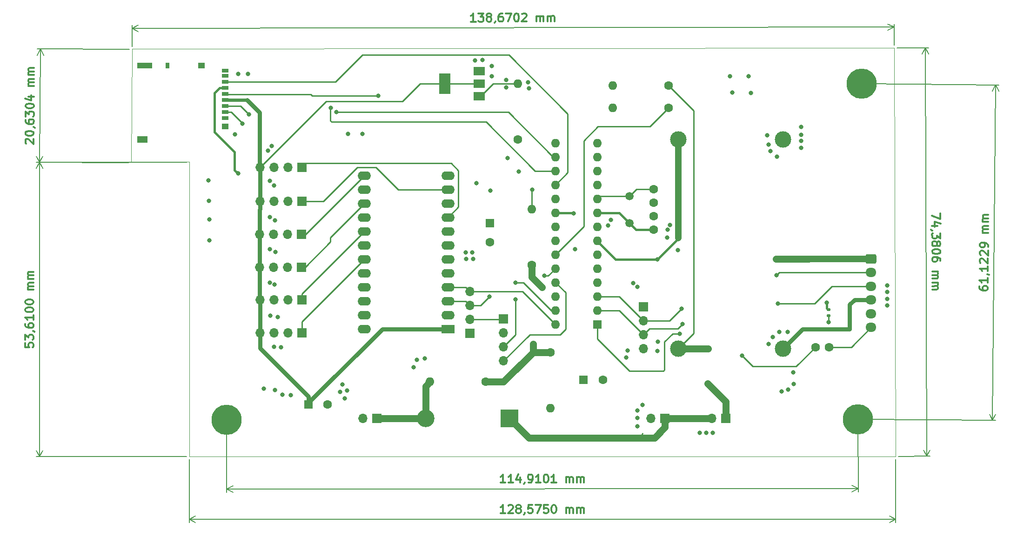
<source format=gbr>
%TF.GenerationSoftware,KiCad,Pcbnew,7.0.6*%
%TF.CreationDate,2023-12-22T09:50:53+07:00*%
%TF.ProjectId,incuTester,696e6375-5465-4737-9465-722e6b696361,rev?*%
%TF.SameCoordinates,Original*%
%TF.FileFunction,Copper,L1,Top*%
%TF.FilePolarity,Positive*%
%FSLAX46Y46*%
G04 Gerber Fmt 4.6, Leading zero omitted, Abs format (unit mm)*
G04 Created by KiCad (PCBNEW 7.0.6) date 2023-12-22 09:50:53*
%MOMM*%
%LPD*%
G01*
G04 APERTURE LIST*
G04 Aperture macros list*
%AMRoundRect*
0 Rectangle with rounded corners*
0 $1 Rounding radius*
0 $2 $3 $4 $5 $6 $7 $8 $9 X,Y pos of 4 corners*
0 Add a 4 corners polygon primitive as box body*
4,1,4,$2,$3,$4,$5,$6,$7,$8,$9,$2,$3,0*
0 Add four circle primitives for the rounded corners*
1,1,$1+$1,$2,$3*
1,1,$1+$1,$4,$5*
1,1,$1+$1,$6,$7*
1,1,$1+$1,$8,$9*
0 Add four rect primitives between the rounded corners*
20,1,$1+$1,$2,$3,$4,$5,0*
20,1,$1+$1,$4,$5,$6,$7,0*
20,1,$1+$1,$6,$7,$8,$9,0*
20,1,$1+$1,$8,$9,$2,$3,0*%
G04 Aperture macros list end*
%ADD10C,0.300000*%
%TA.AperFunction,NonConductor*%
%ADD11C,0.300000*%
%TD*%
%TA.AperFunction,NonConductor*%
%ADD12C,0.200000*%
%TD*%
%TA.AperFunction,SMDPad,CuDef*%
%ADD13RoundRect,0.135000X0.185000X-0.135000X0.185000X0.135000X-0.185000X0.135000X-0.185000X-0.135000X0*%
%TD*%
%TA.AperFunction,ComponentPad*%
%ADD14C,1.600000*%
%TD*%
%TA.AperFunction,ComponentPad*%
%ADD15O,1.600000X1.600000*%
%TD*%
%TA.AperFunction,ComponentPad*%
%ADD16R,1.700000X1.700000*%
%TD*%
%TA.AperFunction,ComponentPad*%
%ADD17O,1.700000X1.700000*%
%TD*%
%TA.AperFunction,ComponentPad*%
%ADD18C,3.000000*%
%TD*%
%TA.AperFunction,ComponentPad*%
%ADD19R,2.400000X1.600000*%
%TD*%
%TA.AperFunction,ComponentPad*%
%ADD20O,2.400000X1.600000*%
%TD*%
%TA.AperFunction,ComponentPad*%
%ADD21R,1.600000X1.600000*%
%TD*%
%TA.AperFunction,ComponentPad*%
%ADD22C,5.500000*%
%TD*%
%TA.AperFunction,ComponentPad*%
%ADD23R,3.200000X3.200000*%
%TD*%
%TA.AperFunction,ComponentPad*%
%ADD24O,3.200000X3.200000*%
%TD*%
%TA.AperFunction,SMDPad,CuDef*%
%ADD25R,1.200000X0.700000*%
%TD*%
%TA.AperFunction,SMDPad,CuDef*%
%ADD26R,0.800000X1.000000*%
%TD*%
%TA.AperFunction,SMDPad,CuDef*%
%ADD27R,1.200000X1.000000*%
%TD*%
%TA.AperFunction,SMDPad,CuDef*%
%ADD28R,2.800000X1.000000*%
%TD*%
%TA.AperFunction,SMDPad,CuDef*%
%ADD29R,1.900000X1.300000*%
%TD*%
%TA.AperFunction,ComponentPad*%
%ADD30C,1.500000*%
%TD*%
%TA.AperFunction,ComponentPad*%
%ADD31RoundRect,0.250000X-0.725000X0.600000X-0.725000X-0.600000X0.725000X-0.600000X0.725000X0.600000X0*%
%TD*%
%TA.AperFunction,ComponentPad*%
%ADD32O,1.950000X1.700000*%
%TD*%
%TA.AperFunction,SMDPad,CuDef*%
%ADD33R,2.000000X1.500000*%
%TD*%
%TA.AperFunction,SMDPad,CuDef*%
%ADD34R,2.000000X3.800000*%
%TD*%
%TA.AperFunction,ViaPad*%
%ADD35C,0.800000*%
%TD*%
%TA.AperFunction,Conductor*%
%ADD36C,0.250000*%
%TD*%
%TA.AperFunction,Conductor*%
%ADD37C,0.400000*%
%TD*%
%TA.AperFunction,Conductor*%
%ADD38C,1.200000*%
%TD*%
%TA.AperFunction,Conductor*%
%ADD39C,1.300000*%
%TD*%
%TA.AperFunction,Conductor*%
%ADD40C,0.800000*%
%TD*%
%TA.AperFunction,Conductor*%
%ADD41C,0.600000*%
%TD*%
%TA.AperFunction,Profile*%
%ADD42C,0.100000*%
%TD*%
G04 APERTURE END LIST*
D10*
D11*
X150104199Y-146825396D02*
X149247056Y-146825596D01*
X149675628Y-146825496D02*
X149675278Y-145325496D01*
X149675278Y-145325496D02*
X149532471Y-145539815D01*
X149532471Y-145539815D02*
X149389647Y-145682706D01*
X149389647Y-145682706D02*
X149246806Y-145754168D01*
X150675311Y-145468120D02*
X150746722Y-145396675D01*
X150746722Y-145396675D02*
X150889563Y-145325213D01*
X150889563Y-145325213D02*
X151246706Y-145325130D01*
X151246706Y-145325130D02*
X151389580Y-145396525D01*
X151389580Y-145396525D02*
X151461025Y-145467937D01*
X151461025Y-145467937D02*
X151532487Y-145610777D01*
X151532487Y-145610777D02*
X151532520Y-145753634D01*
X151532520Y-145753634D02*
X151461141Y-145967937D01*
X151461141Y-145967937D02*
X150604199Y-146825280D01*
X150604199Y-146825280D02*
X151532770Y-146825063D01*
X152389712Y-145967720D02*
X152246839Y-145896325D01*
X152246839Y-145896325D02*
X152175393Y-145824913D01*
X152175393Y-145824913D02*
X152103932Y-145682073D01*
X152103932Y-145682073D02*
X152103915Y-145610644D01*
X152103915Y-145610644D02*
X152175310Y-145467770D01*
X152175310Y-145467770D02*
X152246722Y-145396325D01*
X152246722Y-145396325D02*
X152389562Y-145324863D01*
X152389562Y-145324863D02*
X152675277Y-145324796D01*
X152675277Y-145324796D02*
X152818151Y-145396192D01*
X152818151Y-145396192D02*
X152889596Y-145467604D01*
X152889596Y-145467604D02*
X152961058Y-145610444D01*
X152961058Y-145610444D02*
X152961074Y-145681873D01*
X152961074Y-145681873D02*
X152889679Y-145824746D01*
X152889679Y-145824746D02*
X152818267Y-145896192D01*
X152818267Y-145896192D02*
X152675427Y-145967654D01*
X152675427Y-145967654D02*
X152389712Y-145967720D01*
X152389712Y-145967720D02*
X152246872Y-146039182D01*
X152246872Y-146039182D02*
X152175460Y-146110627D01*
X152175460Y-146110627D02*
X152104065Y-146253501D01*
X152104065Y-146253501D02*
X152104132Y-146539215D01*
X152104132Y-146539215D02*
X152175593Y-146682056D01*
X152175593Y-146682056D02*
X152247039Y-146753468D01*
X152247039Y-146753468D02*
X152389912Y-146824863D01*
X152389912Y-146824863D02*
X152675627Y-146824796D01*
X152675627Y-146824796D02*
X152818467Y-146753334D01*
X152818467Y-146753334D02*
X152889879Y-146681889D01*
X152889879Y-146681889D02*
X152961274Y-146539015D01*
X152961274Y-146539015D02*
X152961208Y-146253301D01*
X152961208Y-146253301D02*
X152889746Y-146110461D01*
X152889746Y-146110461D02*
X152818301Y-146039049D01*
X152818301Y-146039049D02*
X152675427Y-145967654D01*
X153675610Y-146753134D02*
X153675626Y-146824563D01*
X153675626Y-146824563D02*
X153604231Y-146967437D01*
X153604231Y-146967437D02*
X153532819Y-147038882D01*
X155032419Y-145324246D02*
X154318134Y-145324413D01*
X154318134Y-145324413D02*
X154246872Y-146038715D01*
X154246872Y-146038715D02*
X154318284Y-145967270D01*
X154318284Y-145967270D02*
X154461124Y-145895808D01*
X154461124Y-145895808D02*
X154818267Y-145895725D01*
X154818267Y-145895725D02*
X154961141Y-145967120D01*
X154961141Y-145967120D02*
X155032586Y-146038532D01*
X155032586Y-146038532D02*
X155104048Y-146181373D01*
X155104048Y-146181373D02*
X155104131Y-146538515D01*
X155104131Y-146538515D02*
X155032736Y-146681389D01*
X155032736Y-146681389D02*
X154961324Y-146752834D01*
X154961324Y-146752834D02*
X154818484Y-146824296D01*
X154818484Y-146824296D02*
X154461341Y-146824380D01*
X154461341Y-146824380D02*
X154318467Y-146752984D01*
X154318467Y-146752984D02*
X154247022Y-146681573D01*
X155603848Y-145324113D02*
X156603848Y-145323880D01*
X156603848Y-145323880D02*
X155961340Y-146824030D01*
X157889561Y-145323580D02*
X157175276Y-145323746D01*
X157175276Y-145323746D02*
X157104014Y-146038049D01*
X157104014Y-146038049D02*
X157175426Y-145966604D01*
X157175426Y-145966604D02*
X157318266Y-145895142D01*
X157318266Y-145895142D02*
X157675409Y-145895058D01*
X157675409Y-145895058D02*
X157818283Y-145966454D01*
X157818283Y-145966454D02*
X157889728Y-146037865D01*
X157889728Y-146037865D02*
X157961190Y-146180706D01*
X157961190Y-146180706D02*
X157961273Y-146537849D01*
X157961273Y-146537849D02*
X157889878Y-146680723D01*
X157889878Y-146680723D02*
X157818466Y-146752168D01*
X157818466Y-146752168D02*
X157675626Y-146823630D01*
X157675626Y-146823630D02*
X157318483Y-146823713D01*
X157318483Y-146823713D02*
X157175609Y-146752318D01*
X157175609Y-146752318D02*
X157104164Y-146680906D01*
X158889561Y-145323346D02*
X159032418Y-145323313D01*
X159032418Y-145323313D02*
X159175292Y-145394708D01*
X159175292Y-145394708D02*
X159246737Y-145466120D01*
X159246737Y-145466120D02*
X159318199Y-145608961D01*
X159318199Y-145608961D02*
X159389694Y-145894658D01*
X159389694Y-145894658D02*
X159389778Y-146251801D01*
X159389778Y-146251801D02*
X159318416Y-146537532D01*
X159318416Y-146537532D02*
X159247020Y-146680406D01*
X159247020Y-146680406D02*
X159175608Y-146751851D01*
X159175608Y-146751851D02*
X159032768Y-146823313D01*
X159032768Y-146823313D02*
X158889911Y-146823346D01*
X158889911Y-146823346D02*
X158747037Y-146751951D01*
X158747037Y-146751951D02*
X158675592Y-146680539D01*
X158675592Y-146680539D02*
X158604130Y-146537699D01*
X158604130Y-146537699D02*
X158532635Y-146252001D01*
X158532635Y-146252001D02*
X158532551Y-145894858D01*
X158532551Y-145894858D02*
X158603913Y-145609127D01*
X158603913Y-145609127D02*
X158675308Y-145466254D01*
X158675308Y-145466254D02*
X158746720Y-145394808D01*
X158746720Y-145394808D02*
X158889561Y-145323346D01*
X161175625Y-146822813D02*
X161175391Y-145822813D01*
X161175425Y-145965670D02*
X161246836Y-145894225D01*
X161246836Y-145894225D02*
X161389677Y-145822763D01*
X161389677Y-145822763D02*
X161603963Y-145822713D01*
X161603963Y-145822713D02*
X161746836Y-145894108D01*
X161746836Y-145894108D02*
X161818298Y-146036949D01*
X161818298Y-146036949D02*
X161818482Y-146822663D01*
X161818298Y-146036949D02*
X161889694Y-145894075D01*
X161889694Y-145894075D02*
X162032534Y-145822613D01*
X162032534Y-145822613D02*
X162246820Y-145822563D01*
X162246820Y-145822563D02*
X162389694Y-145893958D01*
X162389694Y-145893958D02*
X162461155Y-146036799D01*
X162461155Y-146036799D02*
X162461339Y-146822513D01*
X163175624Y-146822346D02*
X163175391Y-145822346D01*
X163175424Y-145965204D02*
X163246836Y-145893758D01*
X163246836Y-145893758D02*
X163389677Y-145822296D01*
X163389677Y-145822296D02*
X163603963Y-145822246D01*
X163603963Y-145822246D02*
X163746836Y-145893642D01*
X163746836Y-145893642D02*
X163818298Y-146036482D01*
X163818298Y-146036482D02*
X163818482Y-146822196D01*
X163818298Y-146036482D02*
X163889693Y-145893608D01*
X163889693Y-145893608D02*
X164032534Y-145822146D01*
X164032534Y-145822146D02*
X164246820Y-145822096D01*
X164246820Y-145822096D02*
X164389693Y-145893492D01*
X164389693Y-145893492D02*
X164461155Y-146036332D01*
X164461155Y-146036332D02*
X164461339Y-146822046D01*
D12*
X92600117Y-137000000D02*
X92602811Y-148546905D01*
X221175117Y-136970000D02*
X221177811Y-148516905D01*
X92602674Y-147960485D02*
X221177674Y-147930485D01*
X92602674Y-147960485D02*
X221177674Y-147930485D01*
X92602674Y-147960485D02*
X93729041Y-147373801D01*
X92602674Y-147960485D02*
X93729315Y-148546643D01*
X221177674Y-147930485D02*
X220051307Y-148517169D01*
X221177674Y-147930485D02*
X220051033Y-147344327D01*
D10*
D11*
X150103320Y-141272192D02*
X149246178Y-141273236D01*
X149674749Y-141272714D02*
X149672921Y-139772715D01*
X149672921Y-139772715D02*
X149530326Y-139987175D01*
X149530326Y-139987175D02*
X149387643Y-140130206D01*
X149387643Y-140130206D02*
X149244873Y-140201808D01*
X151531890Y-141270451D02*
X150674748Y-141271496D01*
X151103319Y-141270974D02*
X151101491Y-139770975D01*
X151101491Y-139770975D02*
X150958895Y-139985434D01*
X150958895Y-139985434D02*
X150816212Y-140128465D01*
X150816212Y-140128465D02*
X150673442Y-140200068D01*
X152816385Y-140268886D02*
X152817603Y-141268885D01*
X152458546Y-139697893D02*
X152102709Y-140769756D01*
X152102709Y-140769756D02*
X153031279Y-140768624D01*
X153674658Y-141196412D02*
X153674745Y-141267841D01*
X153674745Y-141267841D02*
X153603490Y-141410785D01*
X153603490Y-141410785D02*
X153532149Y-141482300D01*
X154389030Y-141266970D02*
X154674744Y-141266622D01*
X154674744Y-141266622D02*
X154817514Y-141195020D01*
X154817514Y-141195020D02*
X154888856Y-141123504D01*
X154888856Y-141123504D02*
X155031452Y-140909045D01*
X155031452Y-140909045D02*
X155102532Y-140623244D01*
X155102532Y-140623244D02*
X155101836Y-140051815D01*
X155101836Y-140051815D02*
X155030233Y-139909045D01*
X155030233Y-139909045D02*
X154958718Y-139837704D01*
X154958718Y-139837704D02*
X154815774Y-139766449D01*
X154815774Y-139766449D02*
X154530060Y-139766797D01*
X154530060Y-139766797D02*
X154387290Y-139838400D01*
X154387290Y-139838400D02*
X154315948Y-139909916D01*
X154315948Y-139909916D02*
X154244694Y-140052860D01*
X154244694Y-140052860D02*
X154245129Y-140410002D01*
X154245129Y-140410002D02*
X154316731Y-140552772D01*
X154316731Y-140552772D02*
X154388247Y-140624114D01*
X154388247Y-140624114D02*
X154531191Y-140695368D01*
X154531191Y-140695368D02*
X154816905Y-140695020D01*
X154816905Y-140695020D02*
X154959675Y-140623418D01*
X154959675Y-140623418D02*
X155031017Y-140551902D01*
X155031017Y-140551902D02*
X155102271Y-140408958D01*
X156531885Y-141264360D02*
X155674743Y-141265404D01*
X156103314Y-141264882D02*
X156101487Y-139764883D01*
X156101487Y-139764883D02*
X155958891Y-139979343D01*
X155958891Y-139979343D02*
X155816208Y-140122374D01*
X155816208Y-140122374D02*
X155673438Y-140193976D01*
X157458628Y-139763229D02*
X157601485Y-139763055D01*
X157601485Y-139763055D02*
X157744429Y-139834310D01*
X157744429Y-139834310D02*
X157815945Y-139905651D01*
X157815945Y-139905651D02*
X157887547Y-140048421D01*
X157887547Y-140048421D02*
X157959324Y-140334048D01*
X157959324Y-140334048D02*
X157959759Y-140691191D01*
X157959759Y-140691191D02*
X157888679Y-140976992D01*
X157888679Y-140976992D02*
X157817424Y-141119936D01*
X157817424Y-141119936D02*
X157746083Y-141191452D01*
X157746083Y-141191452D02*
X157603313Y-141263054D01*
X157603313Y-141263054D02*
X157460456Y-141263228D01*
X157460456Y-141263228D02*
X157317512Y-141191974D01*
X157317512Y-141191974D02*
X157245996Y-141120632D01*
X157245996Y-141120632D02*
X157174393Y-140977862D01*
X157174393Y-140977862D02*
X157102617Y-140692235D01*
X157102617Y-140692235D02*
X157102182Y-140335093D01*
X157102182Y-140335093D02*
X157173262Y-140049292D01*
X157173262Y-140049292D02*
X157244517Y-139906348D01*
X157244517Y-139906348D02*
X157315858Y-139834832D01*
X157315858Y-139834832D02*
X157458628Y-139763229D01*
X159389025Y-141260879D02*
X158531883Y-141261923D01*
X158960454Y-141261401D02*
X158958627Y-139761402D01*
X158958627Y-139761402D02*
X158816031Y-139975862D01*
X158816031Y-139975862D02*
X158673348Y-140118893D01*
X158673348Y-140118893D02*
X158530578Y-140190495D01*
X161174738Y-141258703D02*
X161173519Y-140258704D01*
X161173693Y-140401561D02*
X161245035Y-140330045D01*
X161245035Y-140330045D02*
X161387805Y-140258443D01*
X161387805Y-140258443D02*
X161602090Y-140258182D01*
X161602090Y-140258182D02*
X161745034Y-140329436D01*
X161745034Y-140329436D02*
X161816637Y-140472206D01*
X161816637Y-140472206D02*
X161817594Y-141257920D01*
X161816637Y-140472206D02*
X161887891Y-140329262D01*
X161887891Y-140329262D02*
X162030661Y-140257660D01*
X162030661Y-140257660D02*
X162244947Y-140257398D01*
X162244947Y-140257398D02*
X162387891Y-140328653D01*
X162387891Y-140328653D02*
X162459494Y-140471423D01*
X162459494Y-140471423D02*
X162460451Y-141257137D01*
X163174736Y-141256266D02*
X163173518Y-140256267D01*
X163173692Y-140399124D02*
X163245033Y-140327609D01*
X163245033Y-140327609D02*
X163387803Y-140256006D01*
X163387803Y-140256006D02*
X163602089Y-140255745D01*
X163602089Y-140255745D02*
X163745033Y-140326999D01*
X163745033Y-140326999D02*
X163816636Y-140469769D01*
X163816636Y-140469769D02*
X163817593Y-141255483D01*
X163816636Y-140469769D02*
X163887890Y-140326825D01*
X163887890Y-140326825D02*
X164030660Y-140255223D01*
X164030660Y-140255223D02*
X164244946Y-140254962D01*
X164244946Y-140254962D02*
X164387890Y-140326216D01*
X164387890Y-140326216D02*
X164459492Y-140468986D01*
X164459492Y-140468986D02*
X164460449Y-141254700D01*
D12*
X99420609Y-130320000D02*
X99436109Y-143042016D01*
X214330609Y-130180000D02*
X214346109Y-142902016D01*
X99435395Y-142455596D02*
X214345395Y-142315596D01*
X99435395Y-142455596D02*
X214345395Y-142315596D01*
X99435395Y-142455596D02*
X100561183Y-141867803D01*
X99435395Y-142455596D02*
X100562612Y-143040644D01*
X214345395Y-142315596D02*
X213219607Y-142903389D01*
X214345395Y-142315596D02*
X213218178Y-141730548D01*
D10*
D11*
X229282818Y-92246071D02*
X229286919Y-93246062D01*
X229286919Y-93246062D02*
X227784295Y-92609361D01*
X228791902Y-94462388D02*
X227791911Y-94466488D01*
X229361862Y-94102905D02*
X228288978Y-93750158D01*
X228288978Y-93750158D02*
X228292785Y-94678722D01*
X227866853Y-95323331D02*
X227795425Y-95323623D01*
X227795425Y-95323623D02*
X227652277Y-95252781D01*
X227652277Y-95252781D02*
X227580556Y-95181646D01*
X229297463Y-95817469D02*
X229301271Y-96746032D01*
X229301271Y-96746032D02*
X228727797Y-96248380D01*
X228727797Y-96248380D02*
X228728675Y-96462664D01*
X228728675Y-96462664D02*
X228657833Y-96605812D01*
X228657833Y-96605812D02*
X228586698Y-96677533D01*
X228586698Y-96677533D02*
X228444135Y-96749547D01*
X228444135Y-96749547D02*
X228086995Y-96751012D01*
X228086995Y-96751012D02*
X227943846Y-96680169D01*
X227943846Y-96680169D02*
X227872125Y-96609034D01*
X227872125Y-96609034D02*
X227800112Y-96466471D01*
X227800112Y-96466471D02*
X227798354Y-96037903D01*
X227798354Y-96037903D02*
X227869197Y-95894755D01*
X227869197Y-95894755D02*
X227940332Y-95823034D01*
X228661934Y-97605804D02*
X228732776Y-97462655D01*
X228732776Y-97462655D02*
X228803911Y-97390934D01*
X228803911Y-97390934D02*
X228946474Y-97318920D01*
X228946474Y-97318920D02*
X229017902Y-97318627D01*
X229017902Y-97318627D02*
X229161051Y-97389469D01*
X229161051Y-97389469D02*
X229232772Y-97460605D01*
X229232772Y-97460605D02*
X229304785Y-97603168D01*
X229304785Y-97603168D02*
X229305957Y-97888879D01*
X229305957Y-97888879D02*
X229235115Y-98032028D01*
X229235115Y-98032028D02*
X229163980Y-98103749D01*
X229163980Y-98103749D02*
X229021417Y-98175763D01*
X229021417Y-98175763D02*
X228949989Y-98176056D01*
X228949989Y-98176056D02*
X228806840Y-98105214D01*
X228806840Y-98105214D02*
X228735119Y-98034079D01*
X228735119Y-98034079D02*
X228663105Y-97891516D01*
X228663105Y-97891516D02*
X228661934Y-97605804D01*
X228661934Y-97605804D02*
X228589920Y-97463241D01*
X228589920Y-97463241D02*
X228518199Y-97392106D01*
X228518199Y-97392106D02*
X228375050Y-97321263D01*
X228375050Y-97321263D02*
X228089338Y-97322435D01*
X228089338Y-97322435D02*
X227946775Y-97394449D01*
X227946775Y-97394449D02*
X227875640Y-97466170D01*
X227875640Y-97466170D02*
X227804798Y-97609318D01*
X227804798Y-97609318D02*
X227805970Y-97895030D01*
X227805970Y-97895030D02*
X227877983Y-98037593D01*
X227877983Y-98037593D02*
X227949704Y-98108728D01*
X227949704Y-98108728D02*
X228092853Y-98179571D01*
X228092853Y-98179571D02*
X228378565Y-98178399D01*
X228378565Y-98178399D02*
X228521128Y-98106385D01*
X228521128Y-98106385D02*
X228592263Y-98034664D01*
X228592263Y-98034664D02*
X228663105Y-97891516D01*
X229310936Y-99103155D02*
X229311522Y-99246010D01*
X229311522Y-99246010D02*
X229240680Y-99389159D01*
X229240680Y-99389159D02*
X229169545Y-99460880D01*
X229169545Y-99460880D02*
X229026982Y-99532894D01*
X229026982Y-99532894D02*
X228741563Y-99605494D01*
X228741563Y-99605494D02*
X228384423Y-99606958D01*
X228384423Y-99606958D02*
X228098418Y-99536702D01*
X228098418Y-99536702D02*
X227955269Y-99465859D01*
X227955269Y-99465859D02*
X227883548Y-99394724D01*
X227883548Y-99394724D02*
X227811535Y-99252161D01*
X227811535Y-99252161D02*
X227810949Y-99109305D01*
X227810949Y-99109305D02*
X227881791Y-98966157D01*
X227881791Y-98966157D02*
X227952926Y-98894436D01*
X227952926Y-98894436D02*
X228095489Y-98822422D01*
X228095489Y-98822422D02*
X228380908Y-98749822D01*
X228380908Y-98749822D02*
X228738048Y-98748358D01*
X228738048Y-98748358D02*
X229024053Y-98818614D01*
X229024053Y-98818614D02*
X229167202Y-98889456D01*
X229167202Y-98889456D02*
X229238922Y-98960592D01*
X229238922Y-98960592D02*
X229310936Y-99103155D01*
X229318259Y-100888853D02*
X229317087Y-100603142D01*
X229317087Y-100603142D02*
X229245073Y-100460578D01*
X229245073Y-100460578D02*
X229173352Y-100389443D01*
X229173352Y-100389443D02*
X228958483Y-100247466D01*
X228958483Y-100247466D02*
X228672478Y-100177210D01*
X228672478Y-100177210D02*
X228101054Y-100179553D01*
X228101054Y-100179553D02*
X227958491Y-100251567D01*
X227958491Y-100251567D02*
X227887356Y-100323288D01*
X227887356Y-100323288D02*
X227816514Y-100466436D01*
X227816514Y-100466436D02*
X227817685Y-100752148D01*
X227817685Y-100752148D02*
X227889699Y-100894711D01*
X227889699Y-100894711D02*
X227961420Y-100965846D01*
X227961420Y-100965846D02*
X228104569Y-101036689D01*
X228104569Y-101036689D02*
X228461709Y-101035224D01*
X228461709Y-101035224D02*
X228604272Y-100963210D01*
X228604272Y-100963210D02*
X228675407Y-100891489D01*
X228675407Y-100891489D02*
X228746249Y-100748341D01*
X228746249Y-100748341D02*
X228745077Y-100462629D01*
X228745077Y-100462629D02*
X228673064Y-100320066D01*
X228673064Y-100320066D02*
X228601343Y-100248931D01*
X228601343Y-100248931D02*
X228458194Y-100178088D01*
X227826179Y-102823559D02*
X228826171Y-102819458D01*
X228683315Y-102820044D02*
X228755036Y-102891179D01*
X228755036Y-102891179D02*
X228827050Y-103033742D01*
X228827050Y-103033742D02*
X228827928Y-103248026D01*
X228827928Y-103248026D02*
X228757086Y-103391175D01*
X228757086Y-103391175D02*
X228614523Y-103463189D01*
X228614523Y-103463189D02*
X227828815Y-103466411D01*
X228614523Y-103463189D02*
X228757672Y-103534031D01*
X228757672Y-103534031D02*
X228829686Y-103676594D01*
X228829686Y-103676594D02*
X228830564Y-103890878D01*
X228830564Y-103890878D02*
X228759722Y-104034027D01*
X228759722Y-104034027D02*
X228617159Y-104106040D01*
X228617159Y-104106040D02*
X227831451Y-104109262D01*
X227834380Y-104823542D02*
X228834372Y-104819441D01*
X228691516Y-104820027D02*
X228763237Y-104891162D01*
X228763237Y-104891162D02*
X228835251Y-105033725D01*
X228835251Y-105033725D02*
X228836129Y-105248009D01*
X228836129Y-105248009D02*
X228765287Y-105391158D01*
X228765287Y-105391158D02*
X228622724Y-105463172D01*
X228622724Y-105463172D02*
X227837016Y-105466394D01*
X228622724Y-105463172D02*
X228765873Y-105534014D01*
X228765873Y-105534014D02*
X228837887Y-105676577D01*
X228837887Y-105676577D02*
X228838765Y-105890861D01*
X228838765Y-105890861D02*
X228767923Y-106034010D01*
X228767923Y-106034010D02*
X228625360Y-106106024D01*
X228625360Y-106106024D02*
X227839653Y-106109246D01*
D12*
X221369996Y-62087950D02*
X227123789Y-62064356D01*
X221674996Y-136467950D02*
X227428789Y-136444356D01*
X226537373Y-62066761D02*
X226842373Y-136446761D01*
X226537373Y-62066761D02*
X226842373Y-136446761D01*
X226537373Y-62066761D02*
X227128408Y-63190851D01*
X226537373Y-62066761D02*
X225955576Y-63195660D01*
X226842373Y-136446761D02*
X226251338Y-135322671D01*
X226842373Y-136446761D02*
X227424170Y-135317862D01*
D10*
D11*
X62756277Y-115843680D02*
X62756177Y-116557966D01*
X62756177Y-116557966D02*
X63470452Y-116629494D01*
X63470452Y-116629494D02*
X63399034Y-116558056D01*
X63399034Y-116558056D02*
X63327625Y-116415188D01*
X63327625Y-116415188D02*
X63327675Y-116058046D01*
X63327675Y-116058046D02*
X63399124Y-115915198D01*
X63399124Y-115915198D02*
X63470562Y-115843780D01*
X63470562Y-115843780D02*
X63613430Y-115772371D01*
X63613430Y-115772371D02*
X63970572Y-115772421D01*
X63970572Y-115772421D02*
X64113420Y-115843870D01*
X64113420Y-115843870D02*
X64184838Y-115915308D01*
X64184838Y-115915308D02*
X64256247Y-116058175D01*
X64256247Y-116058175D02*
X64256197Y-116415318D01*
X64256197Y-116415318D02*
X64184748Y-116558165D01*
X64184748Y-116558165D02*
X64113310Y-116629584D01*
X62756357Y-115272252D02*
X62756487Y-114343680D01*
X62756487Y-114343680D02*
X63327845Y-114843760D01*
X63327845Y-114843760D02*
X63327875Y-114629475D01*
X63327875Y-114629475D02*
X63399324Y-114486627D01*
X63399324Y-114486627D02*
X63470762Y-114415209D01*
X63470762Y-114415209D02*
X63613629Y-114343800D01*
X63613629Y-114343800D02*
X63970772Y-114343850D01*
X63970772Y-114343850D02*
X64113619Y-114415299D01*
X64113619Y-114415299D02*
X64185038Y-114486737D01*
X64185038Y-114486737D02*
X64256447Y-114629604D01*
X64256447Y-114629604D02*
X64256387Y-115058176D01*
X64256387Y-115058176D02*
X64184938Y-115201023D01*
X64184938Y-115201023D02*
X64113499Y-115272442D01*
X64185158Y-113629595D02*
X64256586Y-113629605D01*
X64256586Y-113629605D02*
X64399434Y-113701053D01*
X64399434Y-113701053D02*
X64470852Y-113772492D01*
X62756766Y-112343681D02*
X62756726Y-112629395D01*
X62756726Y-112629395D02*
X62828135Y-112772262D01*
X62828135Y-112772262D02*
X62899554Y-112843701D01*
X62899554Y-112843701D02*
X63113819Y-112986588D01*
X63113819Y-112986588D02*
X63399524Y-113058056D01*
X63399524Y-113058056D02*
X63970952Y-113058136D01*
X63970952Y-113058136D02*
X64113819Y-112986728D01*
X64113819Y-112986728D02*
X64185258Y-112915309D01*
X64185258Y-112915309D02*
X64256706Y-112772462D01*
X64256706Y-112772462D02*
X64256746Y-112486748D01*
X64256746Y-112486748D02*
X64185338Y-112343880D01*
X64185338Y-112343880D02*
X64113919Y-112272442D01*
X64113919Y-112272442D02*
X63971072Y-112200993D01*
X63971072Y-112200993D02*
X63613929Y-112200943D01*
X63613929Y-112200943D02*
X63471062Y-112272352D01*
X63471062Y-112272352D02*
X63399623Y-112343770D01*
X63399623Y-112343770D02*
X63328175Y-112486618D01*
X63328175Y-112486618D02*
X63328135Y-112772332D01*
X63328135Y-112772332D02*
X63399544Y-112915199D01*
X63399544Y-112915199D02*
X63470962Y-112986638D01*
X63470962Y-112986638D02*
X63613809Y-113058086D01*
X64256986Y-110772462D02*
X64256866Y-111629605D01*
X64256926Y-111201034D02*
X62756926Y-111200824D01*
X62756926Y-111200824D02*
X62971192Y-111343711D01*
X62971192Y-111343711D02*
X63114029Y-111486588D01*
X63114029Y-111486588D02*
X63185438Y-111629455D01*
X62757116Y-109843681D02*
X62757136Y-109700824D01*
X62757136Y-109700824D02*
X62828585Y-109557977D01*
X62828585Y-109557977D02*
X62900023Y-109486559D01*
X62900023Y-109486559D02*
X63042890Y-109415150D01*
X63042890Y-109415150D02*
X63328615Y-109343761D01*
X63328615Y-109343761D02*
X63685757Y-109343811D01*
X63685757Y-109343811D02*
X63971462Y-109415280D01*
X63971462Y-109415280D02*
X64114309Y-109486728D01*
X64114309Y-109486728D02*
X64185727Y-109558167D01*
X64185727Y-109558167D02*
X64257136Y-109701034D01*
X64257136Y-109701034D02*
X64257116Y-109843891D01*
X64257116Y-109843891D02*
X64185668Y-109986738D01*
X64185668Y-109986738D02*
X64114229Y-110058157D01*
X64114229Y-110058157D02*
X63971362Y-110129566D01*
X63971362Y-110129566D02*
X63685638Y-110200954D01*
X63685638Y-110200954D02*
X63328495Y-110200904D01*
X63328495Y-110200904D02*
X63042790Y-110129436D01*
X63042790Y-110129436D02*
X62899943Y-110057987D01*
X62899943Y-110057987D02*
X62828525Y-109986549D01*
X62828525Y-109986549D02*
X62757116Y-109843681D01*
X62757316Y-108415110D02*
X62757336Y-108272253D01*
X62757336Y-108272253D02*
X62828784Y-108129406D01*
X62828784Y-108129406D02*
X62900223Y-108057988D01*
X62900223Y-108057988D02*
X63043090Y-107986579D01*
X63043090Y-107986579D02*
X63328814Y-107915190D01*
X63328814Y-107915190D02*
X63685957Y-107915240D01*
X63685957Y-107915240D02*
X63971662Y-107986709D01*
X63971662Y-107986709D02*
X64114509Y-108058157D01*
X64114509Y-108058157D02*
X64185927Y-108129596D01*
X64185927Y-108129596D02*
X64257336Y-108272463D01*
X64257336Y-108272463D02*
X64257316Y-108415320D01*
X64257316Y-108415320D02*
X64185867Y-108558167D01*
X64185867Y-108558167D02*
X64114429Y-108629586D01*
X64114429Y-108629586D02*
X63971562Y-108700995D01*
X63971562Y-108700995D02*
X63685837Y-108772383D01*
X63685837Y-108772383D02*
X63328695Y-108772333D01*
X63328695Y-108772333D02*
X63042990Y-108700865D01*
X63042990Y-108700865D02*
X62900143Y-108629416D01*
X62900143Y-108629416D02*
X62828725Y-108557978D01*
X62828725Y-108557978D02*
X62757316Y-108415110D01*
X64257636Y-106129607D02*
X63257636Y-106129467D01*
X63400493Y-106129487D02*
X63329074Y-106058048D01*
X63329074Y-106058048D02*
X63257666Y-105915181D01*
X63257666Y-105915181D02*
X63257696Y-105700895D01*
X63257696Y-105700895D02*
X63329144Y-105558048D01*
X63329144Y-105558048D02*
X63472011Y-105486640D01*
X63472011Y-105486640D02*
X64257726Y-105486749D01*
X63472011Y-105486640D02*
X63329164Y-105415191D01*
X63329164Y-105415191D02*
X63257756Y-105272324D01*
X63257756Y-105272324D02*
X63257786Y-105058038D01*
X63257786Y-105058038D02*
X63329234Y-104915191D01*
X63329234Y-104915191D02*
X63472101Y-104843782D01*
X63472101Y-104843782D02*
X64257816Y-104843892D01*
X64257916Y-104129607D02*
X63257916Y-104129467D01*
X63400773Y-104129487D02*
X63329354Y-104058048D01*
X63329354Y-104058048D02*
X63257945Y-103915181D01*
X63257945Y-103915181D02*
X63257975Y-103700895D01*
X63257975Y-103700895D02*
X63329424Y-103558048D01*
X63329424Y-103558048D02*
X63472291Y-103486640D01*
X63472291Y-103486640D02*
X64258005Y-103486749D01*
X63472291Y-103486640D02*
X63329444Y-103415191D01*
X63329444Y-103415191D02*
X63258035Y-103272324D01*
X63258035Y-103272324D02*
X63258065Y-103058038D01*
X63258065Y-103058038D02*
X63329514Y-102915191D01*
X63329514Y-102915191D02*
X63472381Y-102843782D01*
X63472381Y-102843782D02*
X64258095Y-102843892D01*
D12*
X92092500Y-136509930D02*
X64788638Y-136506110D01*
X92100000Y-82899930D02*
X64796138Y-82896110D01*
X65375058Y-136506192D02*
X65382558Y-82896192D01*
X65375058Y-136506192D02*
X65382558Y-82896192D01*
X65375058Y-136506192D02*
X64788795Y-135379606D01*
X65375058Y-136506192D02*
X65961636Y-135379770D01*
X65382558Y-82896192D02*
X65968821Y-84022778D01*
X65382558Y-82896192D02*
X64795980Y-84022614D01*
D10*
D11*
X62925133Y-79494004D02*
X62854156Y-79422127D01*
X62854156Y-79422127D02*
X62783629Y-79278823D01*
X62783629Y-79278823D02*
X62785880Y-78921687D01*
X62785880Y-78921687D02*
X62858207Y-78779283D01*
X62858207Y-78779283D02*
X62930084Y-78708306D01*
X62930084Y-78708306D02*
X63073389Y-78637779D01*
X63073389Y-78637779D02*
X63216243Y-78638679D01*
X63216243Y-78638679D02*
X63430074Y-78711456D01*
X63430074Y-78711456D02*
X64281799Y-79573983D01*
X64281799Y-79573983D02*
X64287650Y-78645430D01*
X62793531Y-77707426D02*
X62794432Y-77564571D01*
X62794432Y-77564571D02*
X62866759Y-77422167D01*
X62866759Y-77422167D02*
X62938636Y-77351190D01*
X62938636Y-77351190D02*
X63081941Y-77280663D01*
X63081941Y-77280663D02*
X63368099Y-77211036D01*
X63368099Y-77211036D02*
X63725235Y-77213287D01*
X63725235Y-77213287D02*
X64010494Y-77286514D01*
X64010494Y-77286514D02*
X64152898Y-77358842D01*
X64152898Y-77358842D02*
X64223875Y-77430719D01*
X64223875Y-77430719D02*
X64294402Y-77574023D01*
X64294402Y-77574023D02*
X64293502Y-77716878D01*
X64293502Y-77716878D02*
X64221174Y-77859282D01*
X64221174Y-77859282D02*
X64149297Y-77930259D01*
X64149297Y-77930259D02*
X64005993Y-78000786D01*
X64005993Y-78000786D02*
X63719834Y-78070413D01*
X63719834Y-78070413D02*
X63362698Y-78068162D01*
X63362698Y-78068162D02*
X63077440Y-77994935D01*
X63077440Y-77994935D02*
X62935035Y-77922607D01*
X62935035Y-77922607D02*
X62864058Y-77850730D01*
X62864058Y-77850730D02*
X62793531Y-77707426D01*
X64229726Y-76502166D02*
X64301153Y-76502616D01*
X64301153Y-76502616D02*
X64443557Y-76574944D01*
X64443557Y-76574944D02*
X64514534Y-76646821D01*
X62809285Y-75207475D02*
X62807484Y-75493184D01*
X62807484Y-75493184D02*
X62878011Y-75636488D01*
X62878011Y-75636488D02*
X62948988Y-75708366D01*
X62948988Y-75708366D02*
X63162370Y-75852570D01*
X63162370Y-75852570D02*
X63447628Y-75925798D01*
X63447628Y-75925798D02*
X64019045Y-75929399D01*
X64019045Y-75929399D02*
X64162350Y-75858872D01*
X64162350Y-75858872D02*
X64234227Y-75787895D01*
X64234227Y-75787895D02*
X64306554Y-75645490D01*
X64306554Y-75645490D02*
X64308355Y-75359782D01*
X64308355Y-75359782D02*
X64237828Y-75216477D01*
X64237828Y-75216477D02*
X64166851Y-75144600D01*
X64166851Y-75144600D02*
X64024447Y-75072273D01*
X64024447Y-75072273D02*
X63667311Y-75070022D01*
X63667311Y-75070022D02*
X63524006Y-75140549D01*
X63524006Y-75140549D02*
X63452129Y-75211526D01*
X63452129Y-75211526D02*
X63379802Y-75353930D01*
X63379802Y-75353930D02*
X63378001Y-75639639D01*
X63378001Y-75639639D02*
X63448528Y-75782943D01*
X63448528Y-75782943D02*
X63519505Y-75854821D01*
X63519505Y-75854821D02*
X63661910Y-75927148D01*
X62813336Y-74564631D02*
X62819187Y-73636078D01*
X62819187Y-73636078D02*
X63387453Y-74139669D01*
X63387453Y-74139669D02*
X63388804Y-73925388D01*
X63388804Y-73925388D02*
X63461131Y-73782984D01*
X63461131Y-73782984D02*
X63533008Y-73712007D01*
X63533008Y-73712007D02*
X63676313Y-73641480D01*
X63676313Y-73641480D02*
X64033449Y-73643730D01*
X64033449Y-73643730D02*
X64175853Y-73716057D01*
X64175853Y-73716057D02*
X64246830Y-73787935D01*
X64246830Y-73787935D02*
X64317357Y-73931239D01*
X64317357Y-73931239D02*
X64314656Y-74359802D01*
X64314656Y-74359802D02*
X64242329Y-74502206D01*
X64242329Y-74502206D02*
X64170452Y-74573183D01*
X62825038Y-72707526D02*
X62825938Y-72564672D01*
X62825938Y-72564672D02*
X62898266Y-72422267D01*
X62898266Y-72422267D02*
X62970143Y-72351290D01*
X62970143Y-72351290D02*
X63113447Y-72280763D01*
X63113447Y-72280763D02*
X63399606Y-72211137D01*
X63399606Y-72211137D02*
X63756742Y-72213387D01*
X63756742Y-72213387D02*
X64042000Y-72286615D01*
X64042000Y-72286615D02*
X64184405Y-72358942D01*
X64184405Y-72358942D02*
X64255382Y-72430819D01*
X64255382Y-72430819D02*
X64325909Y-72574124D01*
X64325909Y-72574124D02*
X64325008Y-72716978D01*
X64325008Y-72716978D02*
X64252681Y-72859382D01*
X64252681Y-72859382D02*
X64180804Y-72930359D01*
X64180804Y-72930359D02*
X64037499Y-73000886D01*
X64037499Y-73000886D02*
X63751341Y-73070513D01*
X63751341Y-73070513D02*
X63394205Y-73068262D01*
X63394205Y-73068262D02*
X63108946Y-72995035D01*
X63108946Y-72995035D02*
X62966542Y-72922708D01*
X62966542Y-72922708D02*
X62895565Y-72850830D01*
X62895565Y-72850830D02*
X62825038Y-72707526D01*
X63336281Y-70924998D02*
X64336261Y-70931300D01*
X62762613Y-71278533D02*
X63831770Y-71642420D01*
X63831770Y-71642420D02*
X63837621Y-70713867D01*
X64348414Y-69002767D02*
X63348433Y-68996466D01*
X63491288Y-68997366D02*
X63420311Y-68925489D01*
X63420311Y-68925489D02*
X63349784Y-68782184D01*
X63349784Y-68782184D02*
X63351134Y-68567903D01*
X63351134Y-68567903D02*
X63423461Y-68425498D01*
X63423461Y-68425498D02*
X63566766Y-68354971D01*
X63566766Y-68354971D02*
X64352464Y-68359923D01*
X63566766Y-68354971D02*
X63424362Y-68282644D01*
X63424362Y-68282644D02*
X63353835Y-68139340D01*
X63353835Y-68139340D02*
X63355185Y-67925058D01*
X63355185Y-67925058D02*
X63427512Y-67782654D01*
X63427512Y-67782654D02*
X63570817Y-67712127D01*
X63570817Y-67712127D02*
X64356515Y-67717078D01*
X64361016Y-67002807D02*
X63361036Y-66996505D01*
X63503890Y-66997405D02*
X63432913Y-66925528D01*
X63432913Y-66925528D02*
X63362386Y-66782224D01*
X63362386Y-66782224D02*
X63363737Y-66567942D01*
X63363737Y-66567942D02*
X63436064Y-66425538D01*
X63436064Y-66425538D02*
X63579368Y-66355011D01*
X63579368Y-66355011D02*
X64365067Y-66359962D01*
X63579368Y-66355011D02*
X63436964Y-66282684D01*
X63436964Y-66282684D02*
X63366437Y-66139379D01*
X63366437Y-66139379D02*
X63367788Y-65925098D01*
X63367788Y-65925098D02*
X63440115Y-65782694D01*
X63440115Y-65782694D02*
X63583419Y-65712167D01*
X63583419Y-65712167D02*
X64369118Y-65717118D01*
D12*
X81538348Y-82997997D02*
X64796149Y-82892496D01*
X81668348Y-62367997D02*
X64926149Y-62262496D01*
X65382558Y-82896192D02*
X65512558Y-62266192D01*
X65382558Y-82896192D02*
X65512558Y-62266192D01*
X65382558Y-82896192D02*
X64803247Y-81766015D01*
X65382558Y-82896192D02*
X65976066Y-81773406D01*
X65512558Y-62266192D02*
X66091869Y-63396369D01*
X65512558Y-62266192D02*
X64919050Y-63388978D01*
D10*
D11*
X236406822Y-105548361D02*
X236404017Y-105834062D01*
X236404017Y-105834062D02*
X236474040Y-105977613D01*
X236474040Y-105977613D02*
X236544764Y-106049740D01*
X236544764Y-106049740D02*
X236757637Y-106194693D01*
X236757637Y-106194693D02*
X237042636Y-106268923D01*
X237042636Y-106268923D02*
X237614037Y-106274532D01*
X237614037Y-106274532D02*
X237757589Y-106204510D01*
X237757589Y-106204510D02*
X237829715Y-106133786D01*
X237829715Y-106133786D02*
X237902542Y-105991637D01*
X237902542Y-105991637D02*
X237905347Y-105705936D01*
X237905347Y-105705936D02*
X237835324Y-105562385D01*
X237835324Y-105562385D02*
X237764600Y-105490258D01*
X237764600Y-105490258D02*
X237622451Y-105417431D01*
X237622451Y-105417431D02*
X237265325Y-105413925D01*
X237265325Y-105413925D02*
X237121774Y-105483948D01*
X237121774Y-105483948D02*
X237049648Y-105554672D01*
X237049648Y-105554672D02*
X236976820Y-105696821D01*
X236976820Y-105696821D02*
X236974016Y-105982521D01*
X236974016Y-105982521D02*
X237044038Y-106126073D01*
X237044038Y-106126073D02*
X237114762Y-106198199D01*
X237114762Y-106198199D02*
X237256911Y-106271027D01*
X237922175Y-103991733D02*
X237913761Y-104848835D01*
X237917968Y-104420284D02*
X236418040Y-104405560D01*
X236418040Y-104405560D02*
X236630913Y-104550513D01*
X236630913Y-104550513D02*
X236772361Y-104694766D01*
X236772361Y-104694766D02*
X236842384Y-104838317D01*
X237857761Y-103276781D02*
X237929186Y-103277482D01*
X237929186Y-103277482D02*
X238071336Y-103350310D01*
X238071336Y-103350310D02*
X238142060Y-103422436D01*
X237943210Y-101848980D02*
X237934796Y-102706081D01*
X237939003Y-102277530D02*
X236439075Y-102262806D01*
X236439075Y-102262806D02*
X236651948Y-102407760D01*
X236651948Y-102407760D02*
X236793396Y-102552012D01*
X236793396Y-102552012D02*
X236863419Y-102695564D01*
X236591742Y-101264257D02*
X236521018Y-101192131D01*
X236521018Y-101192131D02*
X236450995Y-101048579D01*
X236450995Y-101048579D02*
X236454501Y-100691453D01*
X236454501Y-100691453D02*
X236527328Y-100549304D01*
X236527328Y-100549304D02*
X236599454Y-100478580D01*
X236599454Y-100478580D02*
X236743006Y-100408558D01*
X236743006Y-100408558D02*
X236885856Y-100409960D01*
X236885856Y-100409960D02*
X237099430Y-100483489D01*
X237099430Y-100483489D02*
X237948118Y-101349004D01*
X237948118Y-101349004D02*
X237957233Y-100420477D01*
X236605765Y-99835755D02*
X236535041Y-99763628D01*
X236535041Y-99763628D02*
X236465018Y-99620077D01*
X236465018Y-99620077D02*
X236468524Y-99262951D01*
X236468524Y-99262951D02*
X236541351Y-99120802D01*
X236541351Y-99120802D02*
X236613478Y-99050078D01*
X236613478Y-99050078D02*
X236757029Y-98980055D01*
X236757029Y-98980055D02*
X236899879Y-98981458D01*
X236899879Y-98981458D02*
X237113453Y-99054986D01*
X237113453Y-99054986D02*
X237962141Y-99920502D01*
X237962141Y-99920502D02*
X237971256Y-98991975D01*
X237978268Y-98277724D02*
X237981072Y-97992024D01*
X237981072Y-97992024D02*
X237911050Y-97848472D01*
X237911050Y-97848472D02*
X237840326Y-97776346D01*
X237840326Y-97776346D02*
X237627453Y-97631392D01*
X237627453Y-97631392D02*
X237342453Y-97557163D01*
X237342453Y-97557163D02*
X236771052Y-97551553D01*
X236771052Y-97551553D02*
X236627501Y-97621576D01*
X236627501Y-97621576D02*
X236555375Y-97692300D01*
X236555375Y-97692300D02*
X236482547Y-97834449D01*
X236482547Y-97834449D02*
X236479742Y-98120150D01*
X236479742Y-98120150D02*
X236549765Y-98263701D01*
X236549765Y-98263701D02*
X236620489Y-98335827D01*
X236620489Y-98335827D02*
X236762638Y-98408655D01*
X236762638Y-98408655D02*
X237119764Y-98412161D01*
X237119764Y-98412161D02*
X237263315Y-98342138D01*
X237263315Y-98342138D02*
X237335442Y-98271414D01*
X237335442Y-98271414D02*
X237408269Y-98129265D01*
X237408269Y-98129265D02*
X237411074Y-97843564D01*
X237411074Y-97843564D02*
X237341051Y-97700013D01*
X237341051Y-97700013D02*
X237270327Y-97627887D01*
X237270327Y-97627887D02*
X237128178Y-97555059D01*
X238002809Y-95777845D02*
X237002857Y-95768029D01*
X237145707Y-95769431D02*
X237074983Y-95697305D01*
X237074983Y-95697305D02*
X237004960Y-95553754D01*
X237004960Y-95553754D02*
X237007064Y-95339478D01*
X237007064Y-95339478D02*
X237079891Y-95197329D01*
X237079891Y-95197329D02*
X237223443Y-95127306D01*
X237223443Y-95127306D02*
X238009119Y-95135019D01*
X237223443Y-95127306D02*
X237081293Y-95054479D01*
X237081293Y-95054479D02*
X237011271Y-94910928D01*
X237011271Y-94910928D02*
X237013374Y-94696652D01*
X237013374Y-94696652D02*
X237086202Y-94554503D01*
X237086202Y-94554503D02*
X237229753Y-94484480D01*
X237229753Y-94484480D02*
X238015429Y-94492193D01*
X238022441Y-93777942D02*
X237022489Y-93768125D01*
X237165340Y-93769528D02*
X237094616Y-93697401D01*
X237094616Y-93697401D02*
X237024593Y-93553850D01*
X237024593Y-93553850D02*
X237026696Y-93339575D01*
X237026696Y-93339575D02*
X237099524Y-93197426D01*
X237099524Y-93197426D02*
X237243075Y-93127403D01*
X237243075Y-93127403D02*
X238028752Y-93135116D01*
X237243075Y-93127403D02*
X237100926Y-93054575D01*
X237100926Y-93054575D02*
X237030903Y-92911024D01*
X237030903Y-92911024D02*
X237033007Y-92696749D01*
X237033007Y-92696749D02*
X237105834Y-92554599D01*
X237105834Y-92554599D02*
X237249386Y-92484577D01*
X237249386Y-92484577D02*
X238035062Y-92492289D01*
D12*
X215429976Y-68564908D02*
X239975760Y-68805868D01*
X214829976Y-129684908D02*
X239375760Y-129925868D01*
X239389368Y-68800112D02*
X238789368Y-129920112D01*
X239389368Y-68800112D02*
X238789368Y-129920112D01*
X239389368Y-68800112D02*
X239964702Y-69932318D01*
X239389368Y-68800112D02*
X238791917Y-69920805D01*
X238789368Y-129920112D02*
X238214034Y-128787906D01*
X238789368Y-129920112D02*
X239386819Y-128799419D01*
D10*
D11*
X144741857Y-57294051D02*
X143884715Y-57295350D01*
X144313286Y-57294700D02*
X144311014Y-55794702D01*
X144311014Y-55794702D02*
X144168482Y-56009204D01*
X144168482Y-56009204D02*
X144025841Y-56152277D01*
X144025841Y-56152277D02*
X143883092Y-56223922D01*
X145239584Y-55793296D02*
X146168154Y-55791890D01*
X146168154Y-55791890D02*
X145669020Y-56364075D01*
X145669020Y-56364075D02*
X145883306Y-56363750D01*
X145883306Y-56363750D02*
X146026271Y-56434963D01*
X146026271Y-56434963D02*
X146097808Y-56506283D01*
X146097808Y-56506283D02*
X146169453Y-56649032D01*
X146169453Y-56649032D02*
X146169993Y-57006174D01*
X146169993Y-57006174D02*
X146098781Y-57149139D01*
X146098781Y-57149139D02*
X146027461Y-57220676D01*
X146027461Y-57220676D02*
X145884712Y-57292321D01*
X145884712Y-57292321D02*
X145456141Y-57292970D01*
X145456141Y-57292970D02*
X145313176Y-57221758D01*
X145313176Y-57221758D02*
X145241639Y-57150437D01*
X147026269Y-56433448D02*
X146883304Y-56362236D01*
X146883304Y-56362236D02*
X146811768Y-56290916D01*
X146811768Y-56290916D02*
X146740123Y-56148167D01*
X146740123Y-56148167D02*
X146740015Y-56076738D01*
X146740015Y-56076738D02*
X146811227Y-55933773D01*
X146811227Y-55933773D02*
X146882547Y-55862237D01*
X146882547Y-55862237D02*
X147025296Y-55790592D01*
X147025296Y-55790592D02*
X147311010Y-55790159D01*
X147311010Y-55790159D02*
X147453975Y-55861371D01*
X147453975Y-55861371D02*
X147525512Y-55932692D01*
X147525512Y-55932692D02*
X147597157Y-56075440D01*
X147597157Y-56075440D02*
X147597265Y-56146869D01*
X147597265Y-56146869D02*
X147526053Y-56289834D01*
X147526053Y-56289834D02*
X147454732Y-56361371D01*
X147454732Y-56361371D02*
X147311983Y-56433015D01*
X147311983Y-56433015D02*
X147026269Y-56433448D01*
X147026269Y-56433448D02*
X146883521Y-56505093D01*
X146883521Y-56505093D02*
X146812200Y-56576630D01*
X146812200Y-56576630D02*
X146740988Y-56719595D01*
X146740988Y-56719595D02*
X146741421Y-57005309D01*
X146741421Y-57005309D02*
X146813066Y-57148058D01*
X146813066Y-57148058D02*
X146884602Y-57219378D01*
X146884602Y-57219378D02*
X147027567Y-57290590D01*
X147027567Y-57290590D02*
X147313281Y-57290157D01*
X147313281Y-57290157D02*
X147456030Y-57218513D01*
X147456030Y-57218513D02*
X147527351Y-57146976D01*
X147527351Y-57146976D02*
X147598563Y-57004011D01*
X147598563Y-57004011D02*
X147598130Y-56718297D01*
X147598130Y-56718297D02*
X147526485Y-56575548D01*
X147526485Y-56575548D02*
X147454949Y-56504228D01*
X147454949Y-56504228D02*
X147311983Y-56433015D01*
X148313172Y-57217214D02*
X148313280Y-57288643D01*
X148313280Y-57288643D02*
X148242068Y-57431608D01*
X148242068Y-57431608D02*
X148170747Y-57503145D01*
X149596721Y-55786698D02*
X149311007Y-55787130D01*
X149311007Y-55787130D02*
X149168259Y-55858775D01*
X149168259Y-55858775D02*
X149096938Y-55930312D01*
X149096938Y-55930312D02*
X148954406Y-56144814D01*
X148954406Y-56144814D02*
X148883410Y-56430636D01*
X148883410Y-56430636D02*
X148884275Y-57002064D01*
X148884275Y-57002064D02*
X148955920Y-57144812D01*
X148955920Y-57144812D02*
X149027457Y-57216133D01*
X149027457Y-57216133D02*
X149170422Y-57287345D01*
X149170422Y-57287345D02*
X149456136Y-57286912D01*
X149456136Y-57286912D02*
X149598885Y-57215267D01*
X149598885Y-57215267D02*
X149670205Y-57143731D01*
X149670205Y-57143731D02*
X149741417Y-57000766D01*
X149741417Y-57000766D02*
X149740876Y-56643623D01*
X149740876Y-56643623D02*
X149669232Y-56500874D01*
X149669232Y-56500874D02*
X149597695Y-56429554D01*
X149597695Y-56429554D02*
X149454730Y-56358342D01*
X149454730Y-56358342D02*
X149169016Y-56358775D01*
X149169016Y-56358775D02*
X149026267Y-56430419D01*
X149026267Y-56430419D02*
X148954947Y-56501956D01*
X148954947Y-56501956D02*
X148883735Y-56644921D01*
X150239577Y-55785724D02*
X151239576Y-55784210D01*
X151239576Y-55784210D02*
X150598991Y-57285182D01*
X152096718Y-55782912D02*
X152239575Y-55782695D01*
X152239575Y-55782695D02*
X152382540Y-55853907D01*
X152382540Y-55853907D02*
X152454076Y-55925228D01*
X152454076Y-55925228D02*
X152525721Y-56067977D01*
X152525721Y-56067977D02*
X152597582Y-56353582D01*
X152597582Y-56353582D02*
X152598123Y-56710725D01*
X152598123Y-56710725D02*
X152527127Y-56996547D01*
X152527127Y-56996547D02*
X152455915Y-57139512D01*
X152455915Y-57139512D02*
X152384595Y-57211049D01*
X152384595Y-57211049D02*
X152241846Y-57282694D01*
X152241846Y-57282694D02*
X152098989Y-57282910D01*
X152098989Y-57282910D02*
X151956024Y-57211698D01*
X151956024Y-57211698D02*
X151884487Y-57140377D01*
X151884487Y-57140377D02*
X151812843Y-56997629D01*
X151812843Y-56997629D02*
X151740981Y-56712023D01*
X151740981Y-56712023D02*
X151740441Y-56354880D01*
X151740441Y-56354880D02*
X151811436Y-56069058D01*
X151811436Y-56069058D02*
X151882649Y-55926093D01*
X151882649Y-55926093D02*
X151953969Y-55854556D01*
X151953969Y-55854556D02*
X152096718Y-55782912D01*
X153168361Y-55924146D02*
X153239681Y-55852609D01*
X153239681Y-55852609D02*
X153382430Y-55780965D01*
X153382430Y-55780965D02*
X153739572Y-55780424D01*
X153739572Y-55780424D02*
X153882538Y-55851636D01*
X153882538Y-55851636D02*
X153954074Y-55922956D01*
X153954074Y-55922956D02*
X154025719Y-56065705D01*
X154025719Y-56065705D02*
X154025935Y-56208562D01*
X154025935Y-56208562D02*
X153954831Y-56422956D01*
X153954831Y-56422956D02*
X153098988Y-57281396D01*
X153098988Y-57281396D02*
X154027558Y-57279989D01*
X155813270Y-57277285D02*
X155811755Y-56277286D01*
X155811972Y-56420143D02*
X155883292Y-56348607D01*
X155883292Y-56348607D02*
X156026041Y-56276962D01*
X156026041Y-56276962D02*
X156240326Y-56276637D01*
X156240326Y-56276637D02*
X156383291Y-56347849D01*
X156383291Y-56347849D02*
X156454936Y-56490598D01*
X156454936Y-56490598D02*
X156456126Y-57276312D01*
X156454936Y-56490598D02*
X156526148Y-56347633D01*
X156526148Y-56347633D02*
X156668897Y-56275988D01*
X156668897Y-56275988D02*
X156883183Y-56275664D01*
X156883183Y-56275664D02*
X157026148Y-56346876D01*
X157026148Y-56346876D02*
X157097793Y-56489625D01*
X157097793Y-56489625D02*
X157098983Y-57275338D01*
X157813267Y-57274256D02*
X157811753Y-56274257D01*
X157811969Y-56417114D02*
X157883290Y-56345578D01*
X157883290Y-56345578D02*
X158026038Y-56273933D01*
X158026038Y-56273933D02*
X158240324Y-56273608D01*
X158240324Y-56273608D02*
X158383289Y-56344821D01*
X158383289Y-56344821D02*
X158454934Y-56487569D01*
X158454934Y-56487569D02*
X158456124Y-57273283D01*
X158454934Y-56487569D02*
X158526146Y-56344604D01*
X158526146Y-56344604D02*
X158668895Y-56272959D01*
X158668895Y-56272959D02*
X158883180Y-56272635D01*
X158883180Y-56272635D02*
X159026146Y-56343847D01*
X159026146Y-56343847D02*
X159097790Y-56486596D01*
X159097790Y-56486596D02*
X159098980Y-57272309D01*
D12*
X82199243Y-61800001D02*
X82193373Y-57924027D01*
X220869243Y-61590001D02*
X220863373Y-57714027D01*
X82194261Y-58510446D02*
X220864261Y-58300446D01*
X82194261Y-58510446D02*
X220864261Y-58300446D01*
X82194261Y-58510446D02*
X83319875Y-57922320D01*
X82194261Y-58510446D02*
X83321652Y-59095160D01*
X220864261Y-58300446D02*
X219738647Y-58888572D01*
X220864261Y-58300446D02*
X219736870Y-57715732D01*
D13*
%TO.P,R0,1*%
%TO.N,RST*%
X208950000Y-110800000D03*
%TO.P,R0,2*%
%TO.N,+5V*%
X208950000Y-109780000D03*
%TD*%
D14*
%TO.P,R5,1*%
%TO.N,Net-(R3-Pad1)*%
X154940000Y-101600000D03*
D15*
%TO.P,R5,2*%
%TO.N,Net-(U2-PD7)*%
X154940000Y-91440000D03*
%TD*%
D16*
%TO.P,P2,1,Pin_1*%
%TO.N,Net-(D1-K)*%
X179197000Y-129540000D03*
D17*
%TO.P,P2,2,Pin_2*%
%TO.N,GND*%
X176657000Y-129540000D03*
%TD*%
D14*
%TO.P,R4,1*%
%TO.N,Net-(R3-Pad1)*%
X158300000Y-117520000D03*
D15*
%TO.P,R4,2*%
%TO.N,GND*%
X158300000Y-127680000D03*
%TD*%
D16*
%TO.P,J3,1,Pin_1*%
%TO.N,+5V*%
X149800000Y-111460000D03*
D17*
%TO.P,J3,2,Pin_2*%
%TO.N,GND*%
X149800000Y-114000000D03*
%TO.P,J3,3,Pin_3*%
%TO.N,Net-(J3-Pin_3)*%
X149800000Y-116540000D03*
%TO.P,J3,4,Pin_4*%
%TO.N,Net-(J3-Pin_4)*%
X149800000Y-119080000D03*
%TD*%
D14*
%TO.P,R1,1*%
%TO.N,Net-(J1-Pin_1)*%
X179832000Y-68961000D03*
D15*
%TO.P,R1,2*%
%TO.N,Net-(R1-Pad2)*%
X169672000Y-68961000D03*
%TD*%
D16*
%TO.P,J1,1,Pin_1*%
%TO.N,Net-(J1-Pin_1)*%
X190246000Y-129540000D03*
D17*
%TO.P,J1,2,Pin_2*%
%TO.N,Net-(D1-K)*%
X187706000Y-129540000D03*
%TD*%
D14*
%TO.P,C_Rst,1*%
%TO.N,RST*%
X206550000Y-116600000D03*
%TO.P,C_Rst,2*%
%TO.N,CRst_1*%
X209050000Y-116600000D03*
%TD*%
D16*
%TO.P,J7,1,Pin_1*%
%TO.N,Net-(J7-Pin_1)*%
X113020000Y-96000000D03*
D17*
%TO.P,J7,2,Pin_2*%
%TO.N,Net-(J7-Pin_2)*%
X110480000Y-96000000D03*
%TO.P,J7,3,Pin_3*%
%TO.N,GND*%
X107940000Y-96000000D03*
%TO.P,J7,4,Pin_4*%
%TO.N,3v3*%
X105400000Y-96000000D03*
%TD*%
D16*
%TO.P,J9,1,Pin_1*%
%TO.N,Net-(J9-Pin_1)*%
X113080000Y-108000000D03*
D17*
%TO.P,J9,2,Pin_2*%
%TO.N,Net-(J9-Pin_2)*%
X110540000Y-108000000D03*
%TO.P,J9,3,Pin_3*%
%TO.N,GND*%
X108000000Y-108000000D03*
%TO.P,J9,4,Pin_4*%
%TO.N,3v3*%
X105460000Y-108000000D03*
%TD*%
D18*
%TO.P,U1,1,+IN*%
%TO.N,Net-(J1-Pin_1)*%
X181610000Y-116840000D03*
%TO.P,U1,2,-IN*%
%TO.N,GND*%
X200660000Y-116840000D03*
%TO.P,U1,3,+5V*%
%TO.N,+5V*%
X181610000Y-78740000D03*
%TO.P,U1,4,GND*%
%TO.N,GND*%
X200660000Y-78740000D03*
%TD*%
D19*
%TO.P,U4,1,VCC*%
%TO.N,3v3*%
X139700000Y-113281000D03*
D20*
%TO.P,U4,2,GND*%
%TO.N,GND*%
X139700000Y-110741000D03*
%TO.P,U4,3,SDA*%
%TO.N,Net-(U2-PC4)*%
X139700000Y-108201000D03*
%TO.P,U4,4,SCL*%
%TO.N,Net-(U2-PC5)*%
X139700000Y-105661000D03*
%TO.P,U4,5,RESET*%
%TO.N,unconnected-(U4-RESET-Pad5)*%
X139700000Y-103121000D03*
%TO.P,U4,6,A0*%
%TO.N,GND*%
X139700000Y-100581000D03*
%TO.P,U4,7,A1*%
X139700000Y-98041000D03*
%TO.P,U4,8,A2*%
X139700000Y-95501000D03*
%TO.P,U4,9,SD0*%
%TO.N,Net-(J5-Pin_1)*%
X139700000Y-92961000D03*
%TO.P,U4,10,SC0*%
%TO.N,Net-(J5-Pin_2)*%
X139700000Y-90421000D03*
%TO.P,U4,11,SD1*%
%TO.N,Net-(J6-Pin_1)*%
X139700000Y-87881000D03*
%TO.P,U4,12,SC1*%
%TO.N,Net-(J6-Pin_2)*%
X139700000Y-85341000D03*
%TO.P,U4,13,SD2*%
%TO.N,Net-(J7-Pin_1)*%
X124460000Y-85341000D03*
%TO.P,U4,14,SC2*%
%TO.N,Net-(J7-Pin_2)*%
X124460000Y-87881000D03*
%TO.P,U4,15,SD3*%
%TO.N,Net-(J8-Pin_1)*%
X124460000Y-90421000D03*
%TO.P,U4,16,SC3*%
%TO.N,Net-(J8-Pin_2)*%
X124460000Y-92961000D03*
%TO.P,U4,17,SD4*%
%TO.N,Net-(J9-Pin_1)*%
X124460000Y-95501000D03*
%TO.P,U4,18,SC4*%
%TO.N,Net-(J9-Pin_2)*%
X124460000Y-98041000D03*
%TO.P,U4,19,SD5*%
%TO.N,Net-(J10-Pin_1)*%
X124460000Y-100581000D03*
%TO.P,U4,20,SC5*%
%TO.N,Net-(J10-Pin_2)*%
X124460000Y-103121000D03*
%TO.P,U4,21,SD6*%
%TO.N,unconnected-(U4-SD6-Pad21)*%
X124460000Y-105661000D03*
%TO.P,U4,22,SC6*%
%TO.N,unconnected-(U4-SC6-Pad22)*%
X124460000Y-108201000D03*
%TO.P,U4,23,SD7*%
%TO.N,unconnected-(U4-SD7-Pad23)*%
X124460000Y-110741000D03*
%TO.P,U4,24,SC7*%
%TO.N,unconnected-(U4-SC7-Pad24)*%
X124460000Y-113281000D03*
%TD*%
D21*
%TO.P,U2,1,~{RESET}/PC6*%
%TO.N,RST*%
X166904000Y-112416000D03*
D15*
%TO.P,U2,2,PD0*%
%TO.N,Net-(J2-Pin_3)*%
X166904000Y-109876000D03*
%TO.P,U2,3,PD1*%
%TO.N,Net-(J2-Pin_2)*%
X166904000Y-107336000D03*
%TO.P,U2,4,PD2*%
%TO.N,unconnected-(U2-PD2-Pad4)*%
X166904000Y-104796000D03*
%TO.P,U2,5,PD3*%
%TO.N,unconnected-(U2-PD3-Pad5)*%
X166904000Y-102256000D03*
%TO.P,U2,6,PD4*%
%TO.N,unconnected-(U2-PD4-Pad6)*%
X166904000Y-99716000D03*
%TO.P,U2,7,VCC*%
%TO.N,+5V*%
X166904000Y-97176000D03*
%TO.P,U2,8,GND*%
%TO.N,GND*%
X166904000Y-94636000D03*
%TO.P,U2,9,XTAL1/PB6*%
%TO.N,Net-(U2-XTAL1{slash}PB6)*%
X166904000Y-92096000D03*
%TO.P,U2,10,XTAL2/PB7*%
%TO.N,Net-(U2-XTAL2{slash}PB7)*%
X166904000Y-89556000D03*
%TO.P,U2,11,PD5*%
%TO.N,unconnected-(U2-PD5-Pad11)*%
X166904000Y-87016000D03*
%TO.P,U2,12,PD6*%
%TO.N,unconnected-(U2-PD6-Pad12)*%
X166904000Y-84476000D03*
%TO.P,U2,13,PD7*%
%TO.N,Net-(U2-PD7)*%
X166904000Y-81936000D03*
%TO.P,U2,14,PB0*%
%TO.N,unconnected-(U2-PB0-Pad14)*%
X166904000Y-79396000D03*
%TO.P,U2,15,PB1*%
%TO.N,unconnected-(U2-PB1-Pad15)*%
X159284000Y-79396000D03*
%TO.P,U2,16,PB2*%
%TO.N,/CS*%
X159284000Y-81936000D03*
%TO.P,U2,17,PB3*%
%TO.N,/MOSI*%
X159284000Y-84476000D03*
%TO.P,U2,18,PB4*%
%TO.N,/MISO*%
X159284000Y-87016000D03*
%TO.P,U2,19,PB5*%
%TO.N,/SCLK*%
X159284000Y-89556000D03*
%TO.P,U2,20,AVCC*%
%TO.N,+5V*%
X159284000Y-92096000D03*
%TO.P,U2,21,AREF*%
%TO.N,Net-(U2-AREF)*%
X159284000Y-94636000D03*
%TO.P,U2,22,GND*%
%TO.N,GND*%
X159284000Y-97176000D03*
%TO.P,U2,23,PC0*%
%TO.N,Net-(U2-PC0)*%
X159284000Y-99716000D03*
%TO.P,U2,24,PC1*%
%TO.N,Net-(J3-Pin_3)*%
X159284000Y-102256000D03*
%TO.P,U2,25,PC2*%
%TO.N,Net-(J3-Pin_4)*%
X159284000Y-104796000D03*
%TO.P,U2,26,PC3*%
%TO.N,unconnected-(U2-PC3-Pad26)*%
X159284000Y-107336000D03*
%TO.P,U2,27,PC4*%
%TO.N,Net-(U2-PC4)*%
X159284000Y-109876000D03*
%TO.P,U2,28,PC5*%
%TO.N,Net-(U2-PC5)*%
X159284000Y-112416000D03*
%TD*%
D22*
%TO.P,,1*%
%TO.N,N/C*%
X99420000Y-129820000D03*
%TD*%
D14*
%TO.P,C1,2*%
%TO.N,GND*%
X147320000Y-97480000D03*
D21*
%TO.P,C1,1*%
%TO.N,Net-(U2-AREF)*%
X147320000Y-93980000D03*
%TD*%
D16*
%TO.P,J2,1,Pin_1*%
%TO.N,+5V*%
X175260000Y-109220000D03*
D17*
%TO.P,J2,2,Pin_2*%
%TO.N,Net-(J2-Pin_2)*%
X175260000Y-111760000D03*
%TO.P,J2,3,Pin_3*%
%TO.N,Net-(J2-Pin_3)*%
X175260000Y-114300000D03*
%TO.P,J2,4,Pin_4*%
%TO.N,GND*%
X175260000Y-116840000D03*
%TD*%
D16*
%TO.P,P1,1,Pin_1*%
%TO.N,Net-(D1-A)*%
X126746000Y-129540000D03*
D17*
%TO.P,P1,2,Pin_2*%
%TO.N,GND*%
X124206000Y-129540000D03*
%TD*%
D16*
%TO.P,J5,1,Pin_1*%
%TO.N,Net-(J5-Pin_1)*%
X113080000Y-83820000D03*
D17*
%TO.P,J5,2,Pin_2*%
%TO.N,Net-(J5-Pin_2)*%
X110540000Y-83820000D03*
%TO.P,J5,3,Pin_3*%
%TO.N,GND*%
X108000000Y-83820000D03*
%TO.P,J5,4,Pin_4*%
%TO.N,3v3*%
X105460000Y-83820000D03*
%TD*%
D23*
%TO.P,D1,1,K*%
%TO.N,Net-(D1-K)*%
X150876000Y-129540000D03*
D24*
%TO.P,D1,2,A*%
%TO.N,Net-(D1-A)*%
X135636000Y-129540000D03*
%TD*%
D16*
%TO.P,J10,1,Pin_1*%
%TO.N,Net-(J10-Pin_1)*%
X113080000Y-114000000D03*
D17*
%TO.P,J10,2,Pin_2*%
%TO.N,Net-(J10-Pin_2)*%
X110540000Y-114000000D03*
%TO.P,J10,3,Pin_3*%
%TO.N,GND*%
X108000000Y-114000000D03*
%TO.P,J10,4,Pin_4*%
%TO.N,3v3*%
X105460000Y-114000000D03*
%TD*%
D16*
%TO.P,J8,1,Pin_1*%
%TO.N,Net-(J8-Pin_1)*%
X113020000Y-102000000D03*
D17*
%TO.P,J8,2,Pin_2*%
%TO.N,Net-(J8-Pin_2)*%
X110480000Y-102000000D03*
%TO.P,J8,3,Pin_3*%
%TO.N,GND*%
X107940000Y-102000000D03*
%TO.P,J8,4,Pin_4*%
%TO.N,3v3*%
X105400000Y-102000000D03*
%TD*%
D22*
%TO.P,REF\u002A\u002A,1*%
%TO.N,N/C*%
X214330000Y-129680000D03*
%TD*%
D14*
%TO.P,R2,1*%
%TO.N,Net-(R1-Pad2)*%
X152400000Y-78740000D03*
D15*
%TO.P,R2,2*%
%TO.N,GND*%
X152400000Y-68580000D03*
%TD*%
D14*
%TO.P,R6,1*%
%TO.N,Net-(U2-PC0)*%
X179832000Y-73025000D03*
D15*
%TO.P,R6,2*%
%TO.N,Net-(R1-Pad2)*%
X169672000Y-73025000D03*
%TD*%
D21*
%TO.P,C3,1*%
%TO.N,3v3*%
X114300000Y-127000000D03*
D14*
%TO.P,C3,2*%
%TO.N,GND*%
X117800000Y-127000000D03*
%TD*%
%TO.P,C5,1*%
%TO.N,Net-(U2-XTAL2{slash}PB7)*%
X177100000Y-87800000D03*
%TO.P,C5,2*%
%TO.N,GND*%
X177100000Y-90300000D03*
%TD*%
%TO.P,C4,1*%
%TO.N,Net-(U2-XTAL1{slash}PB6)*%
X177100000Y-95200000D03*
%TO.P,C4,2*%
%TO.N,GND*%
X177100000Y-92700000D03*
%TD*%
D25*
%TO.P,J4,1,DAT2*%
%TO.N,unconnected-(J4-DAT2-Pad1)*%
X99150000Y-74850000D03*
%TO.P,J4,2,DAT3/CD*%
%TO.N,/CS*%
X99150000Y-73750000D03*
%TO.P,J4,3,CMD*%
%TO.N,/MOSI*%
X99150000Y-72650000D03*
%TO.P,J4,4,VDD*%
%TO.N,3v3*%
X99150000Y-71550000D03*
%TO.P,J4,5,CLK*%
%TO.N,/SCLK*%
X99150000Y-70450000D03*
%TO.P,J4,6,VSS*%
%TO.N,GND*%
X99150000Y-69350000D03*
%TO.P,J4,7,DAT0*%
%TO.N,/MISO*%
X99150000Y-68250000D03*
%TO.P,J4,8,DAT1*%
%TO.N,unconnected-(J4-DAT1-Pad8)*%
X99150000Y-67150000D03*
%TO.P,J4,9,SHIELD*%
%TO.N,unconnected-(J4-SHIELD-Pad9)*%
X99150000Y-66200000D03*
D26*
%TO.P,J4,10*%
%TO.N,N/C*%
X88650000Y-65250000D03*
D27*
%TO.P,J4,11*%
X94850000Y-65250000D03*
D28*
X84500000Y-65250000D03*
D27*
X99150000Y-76400000D03*
D29*
X84050000Y-78750000D03*
%TD*%
D30*
%TO.P,X1,1,1*%
%TO.N,Net-(U2-XTAL1{slash}PB6)*%
X172720000Y-93980000D03*
%TO.P,X1,2,2*%
%TO.N,Net-(U2-XTAL2{slash}PB7)*%
X172720000Y-89080000D03*
%TD*%
D16*
%TO.P,i2C1,1,Pin_1*%
%TO.N,GND*%
X143700000Y-114020000D03*
D17*
%TO.P,i2C1,2,Pin_2*%
%TO.N,+5V*%
X143700000Y-111480000D03*
%TO.P,i2C1,3,Pin_3*%
%TO.N,Net-(U2-PC4)*%
X143700000Y-108940000D03*
%TO.P,i2C1,4,Pin_4*%
%TO.N,Net-(U2-PC5)*%
X143700000Y-106400000D03*
%TD*%
D16*
%TO.P,J6,1,Pin_1*%
%TO.N,Net-(J6-Pin_1)*%
X113080000Y-90000000D03*
D17*
%TO.P,J6,2,Pin_2*%
%TO.N,Net-(J6-Pin_2)*%
X110540000Y-90000000D03*
%TO.P,J6,3,Pin_3*%
%TO.N,GND*%
X108000000Y-90000000D03*
%TO.P,J6,4,Pin_4*%
%TO.N,3v3*%
X105460000Y-90000000D03*
%TD*%
D21*
%TO.P,C2,1*%
%TO.N,+5V*%
X164378000Y-122555000D03*
D14*
%TO.P,C2,2*%
%TO.N,GND*%
X167878000Y-122555000D03*
%TD*%
%TO.P,R3,1*%
%TO.N,Net-(R3-Pad1)*%
X146580000Y-122900000D03*
D15*
%TO.P,R3,2*%
%TO.N,Net-(D1-A)*%
X136420000Y-122900000D03*
%TD*%
D31*
%TO.P,REF\u002A\u002A,1*%
%TO.N,+5V*%
X216700000Y-100470000D03*
D32*
%TO.P,REF\u002A\u002A,2*%
%TO.N,Net-(J2-Pin_2)*%
X216700000Y-102970000D03*
%TO.P,REF\u002A\u002A,3*%
%TO.N,Net-(J2-Pin_3)*%
X216700000Y-105470000D03*
%TO.P,REF\u002A\u002A,4*%
%TO.N,GND*%
X216700000Y-107970000D03*
%TO.P,REF\u002A\u002A,5*%
%TO.N,N/C*%
X216700000Y-110470000D03*
%TO.P,REF\u002A\u002A,6*%
%TO.N,CRst_1*%
X216700000Y-112970000D03*
%TD*%
D22*
%TO.P,,1*%
%TO.N,N/C*%
X214930000Y-68560000D03*
%TD*%
D33*
%TO.P,U3,1,GND*%
%TO.N,GND*%
X145390000Y-70880000D03*
%TO.P,U3,2,VO*%
%TO.N,3v3*%
X145390000Y-68580000D03*
D34*
X139090000Y-68580000D03*
D33*
%TO.P,U3,3,VI*%
%TO.N,unconnected-(U3-VI-Pad3)*%
X145390000Y-66280000D03*
%TD*%
D35*
%TO.N,RST*%
X208980000Y-112050000D03*
%TO.N,+5V*%
X208630000Y-108450000D03*
X205330000Y-100430000D03*
%TO.N,GND*%
X219600000Y-109000000D03*
X154300000Y-68300000D03*
X144600000Y-64400000D03*
X219600000Y-106500000D03*
X120900000Y-125900000D03*
X147400000Y-88100000D03*
X96300000Y-97100000D03*
X100900000Y-77800000D03*
X144900000Y-86700000D03*
X174200000Y-105600000D03*
X219600000Y-107800000D03*
X133400000Y-120200000D03*
X146000000Y-64300000D03*
X101511331Y-84972710D03*
X108200000Y-93500000D03*
X198000000Y-116000000D03*
X169300000Y-93400000D03*
X154400000Y-69400000D03*
X107300000Y-86300000D03*
X201500000Y-113800000D03*
X121300000Y-124500000D03*
X172100000Y-118500000D03*
X191000000Y-67200000D03*
X173400000Y-104900000D03*
X162800000Y-98700000D03*
X174200000Y-128100000D03*
X142900000Y-99300000D03*
X201600000Y-124300000D03*
X174200000Y-131000000D03*
X179700000Y-95200000D03*
X108000000Y-87100000D03*
X199600000Y-81900000D03*
X120100000Y-124700000D03*
X202500000Y-121200000D03*
X150300000Y-69300000D03*
X174200000Y-129500000D03*
X134000000Y-118900000D03*
X175100000Y-127100000D03*
X147700000Y-67200000D03*
X108700000Y-111100000D03*
X179600000Y-96600000D03*
X108100000Y-105200000D03*
X168800000Y-94400000D03*
X135500000Y-118600000D03*
X106200000Y-124100000D03*
X200400000Y-124600000D03*
X194800000Y-70300000D03*
X109600000Y-125200000D03*
X121500000Y-77700000D03*
X120500000Y-123400000D03*
X198400000Y-80900000D03*
X107300000Y-98700000D03*
X187900000Y-132200000D03*
X96200000Y-89900000D03*
X150500000Y-82100000D03*
X108000000Y-116500000D03*
X204000000Y-77900000D03*
X96100000Y-86200000D03*
X191400000Y-70200000D03*
X177900000Y-115600000D03*
X204000000Y-80300000D03*
X197800000Y-78000000D03*
X185500000Y-132200000D03*
X103300000Y-66800000D03*
X144100000Y-99300000D03*
X200000000Y-113800000D03*
X107300000Y-104800000D03*
X204000000Y-76500000D03*
X96200000Y-89900000D03*
X177800000Y-117300000D03*
X96300000Y-93300000D03*
X219600000Y-105300000D03*
X180100000Y-94300000D03*
X111100000Y-125300000D03*
X202600000Y-123300000D03*
X143000000Y-100500000D03*
X101500000Y-66800000D03*
X172400000Y-117200000D03*
X124100000Y-77700000D03*
X181500000Y-98900000D03*
X109300000Y-116600000D03*
X204000000Y-79000000D03*
X198800000Y-114700000D03*
X186700000Y-132200000D03*
X107600000Y-79900000D03*
X150300000Y-67900000D03*
X144300000Y-100500000D03*
X120900000Y-125900000D03*
X108200000Y-124400000D03*
X198000000Y-79700000D03*
X194400000Y-67200000D03*
X106900000Y-80800000D03*
X107400000Y-110800000D03*
X107300000Y-92900000D03*
X147700000Y-65400000D03*
X108300000Y-99200000D03*
X152600000Y-84600000D03*
%TO.N,+5V*%
X181640000Y-96740000D03*
X162560000Y-92202000D03*
X177800000Y-100584000D03*
X199410000Y-100540000D03*
%TO.N,Net-(U2-PC4)*%
X147200000Y-107400000D03*
X152000000Y-104800000D03*
%TO.N,Net-(J1-Pin_1)*%
X186944000Y-116840000D03*
X186944000Y-123190000D03*
%TO.N,Net-(J2-Pin_2)*%
X182190000Y-109570000D03*
X199450000Y-103470000D03*
%TO.N,Net-(J2-Pin_3)*%
X199760000Y-108660000D03*
X182350000Y-112340000D03*
%TO.N,Net-(J3-Pin_3)*%
X157200000Y-103600000D03*
X152000000Y-107900000D03*
%TO.N,/CS*%
X119350000Y-73770000D03*
X102280000Y-75850000D03*
%TO.N,/MOSI*%
X103460000Y-74170000D03*
X118330000Y-72990000D03*
%TO.N,/SCLK*%
X127000000Y-70815500D03*
%TO.N,Net-(U2-PD7)*%
X155000000Y-87900000D03*
%TO.N,Net-(R3-Pad1)*%
X156800000Y-105700000D03*
X155200000Y-116000000D03*
%TO.N,RST*%
X193220000Y-118120000D03*
X181830000Y-114120000D03*
%TD*%
D36*
%TO.N,+5V*%
X208630000Y-109460000D02*
X208950000Y-109780000D01*
D37*
X208630000Y-108450000D02*
X208630000Y-109460000D01*
D36*
%TO.N,RST*%
X208950000Y-110800000D02*
X208980000Y-112050000D01*
X208980000Y-112050000D02*
X208950000Y-112020000D01*
D38*
%TO.N,+5V*%
X205410000Y-100470000D02*
X216700000Y-100470000D01*
D36*
X205330000Y-100550000D02*
X205330000Y-100430000D01*
X205340000Y-100540000D02*
X205330000Y-100550000D01*
X205340000Y-100540000D02*
X205460000Y-100540000D01*
D39*
X199410000Y-100540000D02*
X205340000Y-100540000D01*
D36*
X205330000Y-100430000D02*
X205450000Y-100430000D01*
X205450000Y-100430000D02*
X205410000Y-100470000D01*
%TO.N,/MISO*%
X150775000Y-63375000D02*
X161500000Y-74100000D01*
X124105000Y-63375000D02*
X150775000Y-63375000D01*
X99150000Y-68250000D02*
X119230000Y-68250000D01*
X119230000Y-68250000D02*
X124105000Y-63375000D01*
X161500000Y-74100000D02*
X161500000Y-77700000D01*
%TO.N,GND*%
X147940000Y-68580000D02*
X152400000Y-68580000D01*
X145640000Y-70880000D02*
X147940000Y-68580000D01*
X145390000Y-70880000D02*
X145640000Y-70880000D01*
%TO.N,3v3*%
X139090000Y-68580000D02*
X145390000Y-68580000D01*
X131400000Y-71800000D02*
X134620000Y-68580000D01*
X134620000Y-68580000D02*
X139090000Y-68580000D01*
X117500000Y-71800000D02*
X131400000Y-71800000D01*
X107366852Y-81933148D02*
X117500000Y-71800000D01*
X107346852Y-81933148D02*
X107366852Y-81933148D01*
X105460000Y-83820000D02*
X107346852Y-81933148D01*
%TO.N,GND*%
X140261000Y-97480000D02*
X139700000Y-98041000D01*
D37*
X100850000Y-81050000D02*
X97200000Y-77400000D01*
D40*
X212800000Y-113320000D02*
X212800000Y-108840000D01*
X213670000Y-107970000D02*
X216700000Y-107970000D01*
D37*
X97200000Y-77400000D02*
X97200000Y-70250000D01*
D40*
X200660000Y-116840000D02*
X204180000Y-113320000D01*
D36*
X98550000Y-69350000D02*
X99150000Y-69350000D01*
X158980000Y-97480000D02*
X159284000Y-97176000D01*
D37*
X98100000Y-69350000D02*
X98550000Y-69350000D01*
D40*
X212800000Y-108840000D02*
X213670000Y-107970000D01*
D37*
X101511331Y-84972710D02*
X100850000Y-84311379D01*
X97200000Y-70250000D02*
X98100000Y-69350000D01*
D36*
X108010000Y-83890000D02*
X107940000Y-83820000D01*
D37*
X100850000Y-84311379D02*
X100850000Y-81050000D01*
D40*
X204180000Y-113320000D02*
X212800000Y-113320000D01*
D37*
%TO.N,+5V*%
X166904000Y-97176000D02*
X166904000Y-97272629D01*
X166904000Y-97272629D02*
X170215371Y-100584000D01*
D36*
X143700000Y-111480000D02*
X149780000Y-111480000D01*
X149780000Y-111480000D02*
X149800000Y-111460000D01*
D37*
X162454000Y-92096000D02*
X159284000Y-92096000D01*
D36*
X181640000Y-96740000D02*
X181640000Y-96744000D01*
X181590000Y-96790000D02*
X181610000Y-96810000D01*
D37*
X181640000Y-96744000D02*
X177800000Y-100584000D01*
D36*
X181610000Y-96810000D02*
X181610000Y-96873878D01*
X162560000Y-92202000D02*
X162454000Y-92096000D01*
D37*
X170215371Y-100584000D02*
X177800000Y-100584000D01*
D38*
X181610000Y-78740000D02*
X181640000Y-96740000D01*
D36*
X181610000Y-96770000D02*
X181590000Y-96790000D01*
X181640000Y-96740000D02*
X181610000Y-96770000D01*
D37*
%TO.N,Net-(U2-XTAL1{slash}PB6)*%
X166904000Y-92096000D02*
X170836000Y-92096000D01*
X172720000Y-93980000D02*
X173940000Y-95200000D01*
X170836000Y-92096000D02*
X172720000Y-93980000D01*
X173940000Y-95200000D02*
X177100000Y-95200000D01*
D36*
%TO.N,Net-(U2-XTAL2{slash}PB7)*%
X174000000Y-87800000D02*
X172720000Y-89080000D01*
X167380000Y-89080000D02*
X166904000Y-89556000D01*
X172720000Y-89080000D02*
X167380000Y-89080000D01*
X177100000Y-87800000D02*
X174000000Y-87800000D01*
%TO.N,Net-(D1-A)*%
X135890000Y-129286000D02*
X135636000Y-129540000D01*
D39*
X126746000Y-129540000D02*
X135636000Y-129540000D01*
X135636000Y-129540000D02*
X135636000Y-123684000D01*
X135636000Y-123684000D02*
X136420000Y-122900000D01*
%TO.N,Net-(D1-K)*%
X179197000Y-129540000D02*
X187706000Y-129540000D01*
X179197000Y-131203000D02*
X177300000Y-133100000D01*
X154436000Y-133100000D02*
X150876000Y-129540000D01*
X179197000Y-129540000D02*
X179197000Y-131203000D01*
X177300000Y-133100000D02*
X154436000Y-133100000D01*
D36*
X175000000Y-132400000D02*
X175100000Y-132300000D01*
%TO.N,Net-(U2-PC4)*%
X153400000Y-104800000D02*
X158476000Y-109876000D01*
X152000000Y-104800000D02*
X153400000Y-104800000D01*
X158476000Y-109876000D02*
X159284000Y-109876000D01*
X145660000Y-108940000D02*
X147200000Y-107400000D01*
X142961000Y-108201000D02*
X143700000Y-108940000D01*
X143700000Y-108940000D02*
X145660000Y-108940000D01*
X139700000Y-108201000D02*
X142961000Y-108201000D01*
%TO.N,Net-(U2-PC5)*%
X153268000Y-106400000D02*
X159284000Y-112416000D01*
X142961000Y-105661000D02*
X143700000Y-106400000D01*
X139700000Y-105661000D02*
X142961000Y-105661000D01*
X143700000Y-106400000D02*
X153268000Y-106400000D01*
D39*
%TO.N,Net-(J1-Pin_1)*%
X190246000Y-126492000D02*
X190246000Y-129540000D01*
X186944000Y-116840000D02*
X181610000Y-116840000D01*
D36*
X179832000Y-68961000D02*
X184400000Y-73529000D01*
D39*
X186944000Y-123190000D02*
X190246000Y-126492000D01*
D36*
X184400000Y-114050000D02*
X181610000Y-116840000D01*
X184400000Y-73529000D02*
X184400000Y-114050000D01*
D39*
X187003878Y-116840000D02*
X186944000Y-116840000D01*
D36*
%TO.N,Net-(J2-Pin_2)*%
X182190000Y-109610000D02*
X182190000Y-109570000D01*
X180040000Y-111760000D02*
X182190000Y-109610000D01*
X182190000Y-109570000D02*
X182230000Y-109570000D01*
X182230000Y-109570000D02*
X182270000Y-109530000D01*
X199950000Y-102970000D02*
X216700000Y-102970000D01*
X170836000Y-107336000D02*
X175260000Y-111760000D01*
X166904000Y-107336000D02*
X170836000Y-107336000D01*
X199450000Y-103470000D02*
X199950000Y-102970000D01*
X175260000Y-111760000D02*
X180040000Y-111760000D01*
%TO.N,Net-(J2-Pin_3)*%
X199760000Y-108660000D02*
X206410000Y-108660000D01*
X166904000Y-109876000D02*
X170836000Y-109876000D01*
X182350000Y-112340000D02*
X182390000Y-112340000D01*
X170836000Y-109876000D02*
X175260000Y-114300000D01*
X175260000Y-114300000D02*
X176360000Y-113200000D01*
X208980000Y-106090000D02*
X208980000Y-106070000D01*
X176360000Y-113200000D02*
X181530000Y-113200000D01*
X206410000Y-108660000D02*
X208980000Y-106090000D01*
X181530000Y-113200000D02*
X182350000Y-112380000D01*
X209580000Y-105470000D02*
X216700000Y-105470000D01*
X182390000Y-112340000D02*
X182390000Y-112340000D01*
X208980000Y-106070000D02*
X209580000Y-105470000D01*
X182350000Y-112380000D02*
X182350000Y-112340000D01*
%TO.N,Net-(J3-Pin_3)*%
X157200000Y-103600000D02*
X157940000Y-103600000D01*
X157940000Y-103600000D02*
X159284000Y-102256000D01*
X152000000Y-114340000D02*
X149800000Y-116540000D01*
X152000000Y-107900000D02*
X152000000Y-114340000D01*
%TO.N,Net-(J3-Pin_4)*%
X161100000Y-106612000D02*
X159284000Y-104796000D01*
X154580000Y-114300000D02*
X160100000Y-114300000D01*
X149800000Y-119080000D02*
X154580000Y-114300000D01*
X161100000Y-113300000D02*
X161100000Y-106612000D01*
X160100000Y-114300000D02*
X161100000Y-113300000D01*
%TO.N,/CS*%
X159284000Y-81936000D02*
X158836000Y-81936000D01*
X158836000Y-81936000D02*
X150670000Y-73770000D01*
X119320000Y-73740000D02*
X119240000Y-73740000D01*
X100220000Y-73750000D02*
X102280000Y-75810000D01*
X102320000Y-75850000D02*
X102380000Y-75910000D01*
X102280000Y-75810000D02*
X102280000Y-75850000D01*
X99150000Y-73750000D02*
X100220000Y-73750000D01*
X119350000Y-73770000D02*
X119320000Y-73740000D01*
X102280000Y-75850000D02*
X102320000Y-75850000D01*
X150670000Y-73770000D02*
X119350000Y-73770000D01*
%TO.N,/MOSI*%
X159284000Y-84476000D02*
X155576000Y-84476000D01*
X118315000Y-75324620D02*
X118315000Y-73005000D01*
X103460000Y-74165305D02*
X103460000Y-74170000D01*
X118505380Y-75515000D02*
X118315000Y-75324620D01*
X99150000Y-72650000D02*
X101944695Y-72650000D01*
X146615000Y-75515000D02*
X118505380Y-75515000D01*
X103464695Y-74170000D02*
X103524695Y-74230000D01*
X155576000Y-84476000D02*
X146615000Y-75515000D01*
X118315000Y-72975000D02*
X118315000Y-72965000D01*
X103524695Y-74230000D02*
X103540000Y-74230000D01*
X118330000Y-72990000D02*
X118315000Y-72975000D01*
X103460000Y-74170000D02*
X103464695Y-74170000D01*
X118315000Y-73005000D02*
X118330000Y-72990000D01*
X101944695Y-72650000D02*
X103460000Y-74165305D01*
%TO.N,/SCLK*%
X126984500Y-70800000D02*
X127000000Y-70815500D01*
X99200000Y-70500000D02*
X114700000Y-70500000D01*
X115000000Y-70800000D02*
X126984500Y-70800000D01*
X114700000Y-70500000D02*
X115000000Y-70800000D01*
X99150000Y-70450000D02*
X99200000Y-70500000D01*
%TO.N,/MISO*%
X159284000Y-87016000D02*
X161500000Y-84800000D01*
X161500000Y-84800000D02*
X161500000Y-77700000D01*
%TO.N,Net-(J5-Pin_1)*%
X141600000Y-91061000D02*
X141600000Y-84400000D01*
X141600000Y-84400000D02*
X140300000Y-83100000D01*
X113800000Y-83100000D02*
X113080000Y-83820000D01*
X140300000Y-83100000D02*
X113800000Y-83100000D01*
X139700000Y-92961000D02*
X141600000Y-91061000D01*
%TO.N,Net-(J6-Pin_1)*%
X139700000Y-87881000D02*
X130681000Y-87881000D01*
X117000000Y-90000000D02*
X113080000Y-90000000D01*
X123200000Y-83800000D02*
X117000000Y-90000000D01*
X126600000Y-83800000D02*
X123200000Y-83800000D01*
X130681000Y-87881000D02*
X126600000Y-83800000D01*
%TO.N,Net-(J7-Pin_1)*%
X113801000Y-96000000D02*
X124460000Y-85341000D01*
X113020000Y-96000000D02*
X113801000Y-96000000D01*
%TO.N,Net-(J8-Pin_1)*%
X118300000Y-96581000D02*
X118540500Y-96340500D01*
X118300000Y-97400000D02*
X118300000Y-96581000D01*
X118540500Y-96340500D02*
X124460000Y-90421000D01*
X113020000Y-102000000D02*
X113700000Y-102000000D01*
X113700000Y-102000000D02*
X118300000Y-97400000D01*
X118361000Y-96520000D02*
X118540500Y-96340500D01*
%TO.N,Net-(J9-Pin_1)*%
X113080000Y-108000000D02*
X113080000Y-106881000D01*
X113080000Y-106881000D02*
X124460000Y-95501000D01*
%TO.N,Net-(J10-Pin_1)*%
X113080000Y-114000000D02*
X113080000Y-111961000D01*
X113080000Y-111961000D02*
X124460000Y-100581000D01*
%TO.N,Net-(U2-PD7)*%
X155000000Y-87900000D02*
X154940000Y-87960000D01*
X154940000Y-87960000D02*
X154940000Y-91440000D01*
%TO.N,Net-(U2-PC0)*%
X176457000Y-76400000D02*
X167000000Y-76400000D01*
X164400000Y-94600000D02*
X159284000Y-99716000D01*
X167000000Y-76400000D02*
X164400000Y-79000000D01*
X179832000Y-73025000D02*
X176457000Y-76400000D01*
X164400000Y-79000000D02*
X164400000Y-94600000D01*
D39*
%TO.N,Net-(R3-Pad1)*%
X155200000Y-117500000D02*
X155200000Y-116000000D01*
X154940000Y-103840000D02*
X154940000Y-101600000D01*
X155220000Y-117520000D02*
X155200000Y-117500000D01*
X156800000Y-105700000D02*
X154940000Y-103840000D01*
X158300000Y-117520000D02*
X155220000Y-117520000D01*
X146580000Y-122900000D02*
X149800000Y-122900000D01*
X149800000Y-122900000D02*
X155200000Y-117500000D01*
D40*
%TO.N,3v3*%
X105460000Y-108000000D02*
X105460000Y-114000000D01*
X105470000Y-87689000D02*
X105470000Y-83890000D01*
X105400000Y-102000000D02*
X105400000Y-107940000D01*
X105400000Y-101600000D02*
X105400000Y-91510000D01*
X103150000Y-71550000D02*
X105400000Y-73800000D01*
D36*
X105470000Y-83890000D02*
X105400000Y-83820000D01*
D40*
X114300000Y-125600000D02*
X114300000Y-127000000D01*
X105400000Y-107940000D02*
X105460000Y-108000000D01*
X105460000Y-114000000D02*
X105460000Y-116760000D01*
X105460000Y-116760000D02*
X114300000Y-125600000D01*
D36*
X105400000Y-91510000D02*
X105470000Y-91440000D01*
D40*
X105470000Y-91440000D02*
X105470000Y-87689000D01*
X105400000Y-73800000D02*
X105400000Y-83820000D01*
D36*
X114300000Y-126710000D02*
X114300000Y-127000000D01*
D40*
X127729000Y-113281000D02*
X114300000Y-126710000D01*
D41*
X99150000Y-71550000D02*
X103150000Y-71550000D01*
D40*
X139700000Y-113281000D02*
X127729000Y-113281000D01*
D36*
%TO.N,RST*%
X166904000Y-112416000D02*
X166904000Y-115104000D01*
X195200000Y-120100000D02*
X203050000Y-120100000D01*
X179100000Y-115600000D02*
X180580000Y-114120000D01*
X166904000Y-115104000D02*
X172700000Y-120900000D01*
X180580000Y-114120000D02*
X181830000Y-114120000D01*
X193220000Y-118120000D02*
X195200000Y-120100000D01*
X172700000Y-120900000D02*
X178900000Y-120900000D01*
X178900000Y-120900000D02*
X179100000Y-120700000D01*
X203050000Y-120100000D02*
X206550000Y-116600000D01*
X181830000Y-114040871D02*
X181830871Y-114040000D01*
X179100000Y-120700000D02*
X179100000Y-115600000D01*
X181830000Y-114120000D02*
X181830000Y-114040871D01*
%TO.N,CRst_1*%
X209050000Y-116600000D02*
X213070000Y-116600000D01*
X213070000Y-116600000D02*
X216700000Y-112970000D01*
%TD*%
D42*
X92592500Y-136510000D02*
X221175000Y-136470000D01*
X82190000Y-62250000D02*
X82070000Y-82930000D01*
X92647500Y-82850000D02*
X92592500Y-136510000D01*
X82070000Y-82930000D02*
X92647500Y-82850000D01*
X220870000Y-62090000D02*
X82190000Y-62250000D01*
X221175000Y-136470000D02*
X220870000Y-62090000D01*
M02*

</source>
